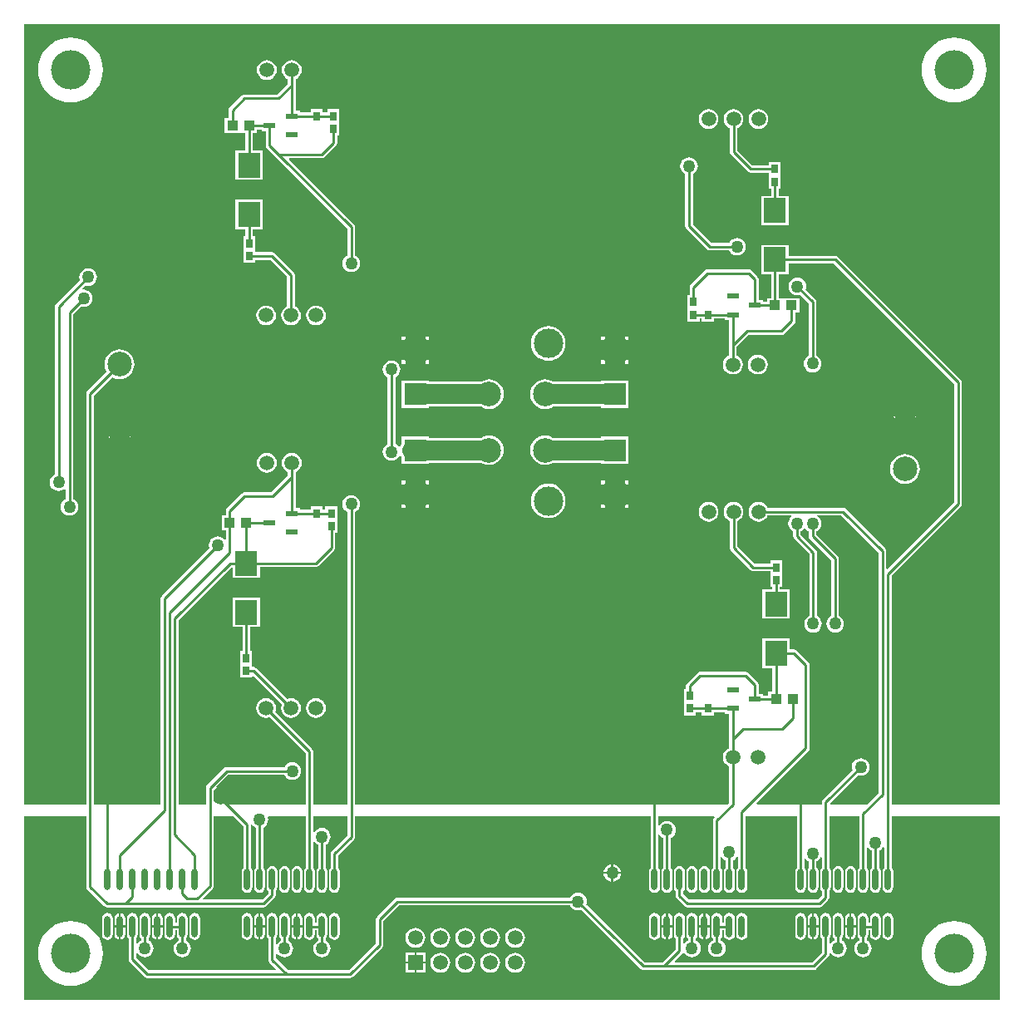
<source format=gbl>
%FSLAX24Y24*%
%MOIN*%
G70*
G01*
G75*
G04 Layer_Physical_Order=2*
G04 Layer_Color=16711680*
%ADD10R,0.0276X0.0354*%
%ADD11R,0.0906X0.0906*%
%ADD12R,0.0354X0.0276*%
%ADD13R,0.0394X0.0433*%
%ADD14R,0.0591X0.0236*%
%ADD15C,0.0787*%
%ADD16C,0.0100*%
%ADD17C,0.0984*%
%ADD18C,0.1575*%
%ADD19C,0.0591*%
%ADD20C,0.1181*%
%ADD21R,0.0591X0.0591*%
%ADD22C,0.0500*%
%ADD23R,0.0906X0.0906*%
%ADD24R,0.0433X0.0394*%
%ADD25R,0.0906X0.0984*%
%ADD26R,0.0453X0.0236*%
%ADD27O,0.0236X0.0866*%
G36*
X39250Y7953D02*
X34903D01*
Y17128D01*
X37667Y19892D01*
X37700Y19941D01*
X37712Y20000D01*
X37712Y20000D01*
X37712Y20000D01*
Y20000D01*
Y24882D01*
X37700Y24940D01*
X37667Y24990D01*
X32754Y29903D01*
X32704Y29937D01*
X32646Y29948D01*
X30772D01*
Y30387D01*
X29667D01*
Y29203D01*
X30067D01*
Y28256D01*
X29903D01*
Y28112D01*
X29740D01*
Y28177D01*
X29566D01*
Y29012D01*
X29555Y29070D01*
X29522Y29120D01*
X29281Y29360D01*
X29232Y29393D01*
X29173Y29405D01*
X27520D01*
X27461Y29393D01*
X27412Y29360D01*
X26846Y28795D01*
X26813Y28745D01*
X26801Y28687D01*
Y28374D01*
X26717D01*
Y27820D01*
Y27308D01*
X27192D01*
Y27432D01*
X27290D01*
Y27308D01*
Y27308D01*
X27765D01*
Y27308D01*
Y27432D01*
X28201D01*
Y27367D01*
X28375D01*
Y26362D01*
X28375Y26362D01*
X28375D01*
Y25955D01*
X28328Y25936D01*
X28246Y25872D01*
X28182Y25790D01*
X28142Y25694D01*
X28129Y25591D01*
X28142Y25487D01*
X28182Y25391D01*
X28246Y25309D01*
X28328Y25245D01*
X28424Y25205D01*
X28528Y25192D01*
X28631Y25205D01*
X28727Y25245D01*
X28809Y25309D01*
X28873Y25391D01*
X28913Y25487D01*
X28926Y25591D01*
X28913Y25694D01*
X28873Y25790D01*
X28809Y25872D01*
X28727Y25936D01*
X28681Y25955D01*
Y26299D01*
X29158Y26776D01*
X30472D01*
X30531Y26788D01*
X30581Y26821D01*
X30997Y27238D01*
X31030Y27287D01*
X31042Y27346D01*
X31042Y27346D01*
X31042Y27346D01*
Y27346D01*
Y27662D01*
X31206D01*
Y28256D01*
X30572D01*
D01*
D01*
X30572Y28256D01*
X30536D01*
Y28256D01*
X30373D01*
Y29203D01*
X30772D01*
Y29642D01*
X32582D01*
X37406Y24819D01*
Y20063D01*
X34727Y17384D01*
X34681Y17403D01*
Y18110D01*
X34669Y18169D01*
X34636Y18218D01*
X33061Y19793D01*
X33011Y19826D01*
X32953Y19838D01*
X29924D01*
X29904Y19884D01*
X29841Y19967D01*
X29758Y20030D01*
X29662Y20070D01*
X29559Y20084D01*
X29456Y20070D01*
X29360Y20030D01*
X29277Y19967D01*
X29214Y19884D01*
X29174Y19788D01*
X29160Y19685D01*
X29174Y19582D01*
X29214Y19486D01*
X29277Y19403D01*
X29360Y19340D01*
X29456Y19300D01*
X29559Y19286D01*
X29662Y19300D01*
X29758Y19340D01*
X29841Y19403D01*
X29904Y19486D01*
X29924Y19532D01*
X30866D01*
X30882Y19485D01*
X30853Y19462D01*
X30797Y19389D01*
X30761Y19304D01*
X30749Y19213D01*
X30761Y19121D01*
X30797Y19036D01*
X30853Y18963D01*
X30926Y18907D01*
X30949Y18897D01*
Y18701D01*
X30949Y18701D01*
X30949D01*
X30961Y18642D01*
X30994Y18593D01*
X31597Y17990D01*
Y15512D01*
X31573Y15503D01*
X31500Y15446D01*
X31444Y15373D01*
X31409Y15288D01*
X31397Y15197D01*
X31409Y15105D01*
X31444Y15020D01*
X31500Y14947D01*
X31573Y14891D01*
X31659Y14856D01*
X31750Y14844D01*
X31841Y14856D01*
X31927Y14891D01*
X32000Y14947D01*
X32056Y15020D01*
X32091Y15105D01*
X32103Y15197D01*
X32091Y15288D01*
X32056Y15373D01*
X32000Y15446D01*
X31927Y15503D01*
X31903Y15512D01*
Y18053D01*
X31893Y18102D01*
X31891Y18112D01*
X31858Y18161D01*
X31255Y18764D01*
Y18897D01*
X31279Y18907D01*
X31352Y18963D01*
X31392Y19016D01*
X31442D01*
X31483Y18963D01*
X31556Y18907D01*
X31579Y18897D01*
Y18701D01*
X31579Y18701D01*
X31579D01*
X31591Y18642D01*
X31624Y18593D01*
X32485Y17732D01*
Y15512D01*
X32461Y15503D01*
X32388Y15446D01*
X32332Y15373D01*
X32297Y15288D01*
X32285Y15197D01*
X32297Y15105D01*
X32332Y15020D01*
X32388Y14947D01*
X32461Y14891D01*
X32546Y14856D01*
X32638Y14844D01*
X32729Y14856D01*
X32814Y14891D01*
X32887Y14947D01*
X32944Y15020D01*
X32979Y15105D01*
X32991Y15197D01*
X32979Y15288D01*
X32944Y15373D01*
X32887Y15446D01*
X32814Y15503D01*
X32791Y15512D01*
Y17795D01*
X32781Y17844D01*
X32779Y17854D01*
X32746Y17903D01*
X31885Y18764D01*
Y18897D01*
X31909Y18907D01*
X31982Y18963D01*
X32038Y19036D01*
X32073Y19121D01*
X32085Y19213D01*
X32073Y19304D01*
X32038Y19389D01*
X31982Y19462D01*
X31909Y19518D01*
X31911Y19532D01*
X32889D01*
X34375Y18047D01*
Y8410D01*
X33918Y7953D01*
X32447D01*
X32428Y7999D01*
X33546Y9118D01*
X33570Y9108D01*
X33661Y9096D01*
X33753Y9108D01*
X33838Y9143D01*
X33911Y9199D01*
X33967Y9272D01*
X34002Y9357D01*
X34014Y9449D01*
X34002Y9540D01*
X33967Y9625D01*
X33911Y9698D01*
X33838Y9755D01*
X33753Y9790D01*
X33661Y9802D01*
X33570Y9790D01*
X33485Y9755D01*
X33412Y9698D01*
X33356Y9625D01*
X33320Y9540D01*
X33308Y9449D01*
X33320Y9357D01*
X33330Y9334D01*
X32142Y8146D01*
X32109Y8096D01*
X32097Y8037D01*
Y7953D01*
X29494D01*
X29475Y7999D01*
X31565Y10089D01*
X31598Y10138D01*
X31610Y10197D01*
X31610Y10197D01*
X31610Y10197D01*
Y10197D01*
Y13543D01*
X31600Y13592D01*
X31598Y13602D01*
X31565Y13651D01*
X31092Y14124D01*
X31043Y14157D01*
X30984Y14169D01*
X30818D01*
Y14608D01*
X29713D01*
Y13424D01*
X30112D01*
Y12467D01*
X29949D01*
Y12323D01*
X29740D01*
Y12388D01*
X29562D01*
Y12756D01*
X29551Y12814D01*
X29518Y12864D01*
X29163Y13218D01*
X29114Y13252D01*
X29055Y13263D01*
X27205D01*
X27146Y13252D01*
X27097Y13218D01*
X26692Y12814D01*
X26659Y12764D01*
X26647Y12706D01*
Y12585D01*
X26562D01*
Y12031D01*
Y11519D01*
X27038D01*
Y11643D01*
X27290D01*
Y11519D01*
Y11519D01*
X27765D01*
Y11519D01*
Y11643D01*
X28201D01*
Y11578D01*
X28375D01*
Y10575D01*
X28375Y10575D01*
X28375D01*
Y10207D01*
X28328Y10188D01*
X28246Y10124D01*
X28182Y10042D01*
X28142Y9946D01*
X28129Y9843D01*
X28142Y9739D01*
X28182Y9643D01*
X28246Y9561D01*
X28328Y9497D01*
X28375Y9478D01*
Y8000D01*
X28327Y7953D01*
X13381D01*
Y19685D01*
X13405Y19694D01*
X13478Y19750D01*
X13534Y19823D01*
X13569Y19909D01*
X13581Y20000D01*
X13569Y20091D01*
X13534Y20177D01*
X13478Y20250D01*
X13405Y20306D01*
X13320Y20341D01*
X13228Y20353D01*
X13137Y20341D01*
X13052Y20306D01*
X12979Y20250D01*
X12923Y20177D01*
X12887Y20091D01*
X12875Y20000D01*
X12887Y19909D01*
X12923Y19823D01*
X12979Y19750D01*
X13052Y19694D01*
X13075Y19685D01*
Y7953D01*
X11703D01*
Y10072D01*
X11691Y10131D01*
X11658Y10180D01*
X10177Y11661D01*
X10196Y11708D01*
X10210Y11811D01*
X10196Y11914D01*
X10156Y12010D01*
X10093Y12093D01*
X10010Y12156D01*
X9914Y12196D01*
X9811Y12210D01*
X9708Y12196D01*
X9612Y12156D01*
X9529Y12093D01*
X9466Y12010D01*
X9426Y11914D01*
X9412Y11811D01*
X9426Y11708D01*
X9466Y11612D01*
X9529Y11529D01*
X9612Y11466D01*
X9708Y11426D01*
X9811Y11412D01*
X9914Y11426D01*
X9961Y11445D01*
X11397Y10009D01*
Y7953D01*
X8189D01*
X8169Y8001D01*
X8083Y7966D01*
X7992Y7954D01*
X7992Y7954D01*
X7992Y7954D01*
X7901Y7966D01*
X7816Y8001D01*
X7742Y8057D01*
X7712Y8097D01*
Y8307D01*
Y8517D01*
X7742Y8557D01*
X7816Y8613D01*
X7849Y8627D01*
X7822Y8668D01*
X8292Y9138D01*
X10551D01*
X10560Y9115D01*
X10617Y9042D01*
X10690Y8986D01*
X10775Y8950D01*
X10866Y8938D01*
X10958Y8950D01*
X11043Y8986D01*
X11116Y9042D01*
X11172Y9115D01*
X11207Y9200D01*
X11219Y9291D01*
X11207Y9383D01*
X11172Y9468D01*
X11116Y9541D01*
X11043Y9597D01*
X10958Y9632D01*
X10866Y9644D01*
X10775Y9632D01*
X10690Y9597D01*
X10617Y9541D01*
X10560Y9468D01*
X10551Y9444D01*
X8228D01*
X8180Y9435D01*
X8170Y9433D01*
X8120Y9399D01*
X7451Y8730D01*
X7418Y8681D01*
X7406Y8622D01*
Y7953D01*
X6295D01*
Y15330D01*
X8419Y17455D01*
X8465Y17436D01*
Y17028D01*
X9571D01*
Y17468D01*
X11794D01*
X11852Y17479D01*
X11902Y17512D01*
X11902Y17512D01*
X11902Y17512D01*
X12536Y18146D01*
X12569Y18196D01*
X12580Y18254D01*
X12580Y18254D01*
X12580Y18254D01*
Y18254D01*
Y18831D01*
X12665D01*
Y19343D01*
Y19898D01*
X12190D01*
Y19773D01*
X12080D01*
Y19855D01*
Y19898D01*
X11605D01*
Y19855D01*
Y19773D01*
X11169D01*
Y19839D01*
X10995D01*
Y21289D01*
X11042Y21308D01*
X11124Y21372D01*
X11188Y21454D01*
X11228Y21550D01*
X11241Y21654D01*
X11228Y21757D01*
X11188Y21853D01*
X11124Y21935D01*
X11042Y21999D01*
X10946Y22039D01*
X10843Y22052D01*
X10739Y22039D01*
X10643Y21999D01*
X10561Y21935D01*
X10497Y21853D01*
X10457Y21757D01*
X10444Y21654D01*
X10457Y21550D01*
X10497Y21454D01*
X10561Y21372D01*
X10643Y21308D01*
X10690Y21289D01*
Y21142D01*
X10011Y20463D01*
X8937D01*
X8878Y20452D01*
X8829Y20418D01*
X8241Y19830D01*
X8208Y19781D01*
X8196Y19722D01*
Y19543D01*
X8032D01*
Y18950D01*
X8196D01*
Y18580D01*
X8149Y18564D01*
X8124Y18596D01*
X8051Y18652D01*
X7965Y18687D01*
X7874Y18699D01*
X7783Y18687D01*
X7698Y18652D01*
X7624Y18596D01*
X7568Y18523D01*
X7533Y18438D01*
X7521Y18346D01*
X7533Y18255D01*
X7543Y18232D01*
X5634Y16322D01*
X5600Y16273D01*
X5589Y16214D01*
Y7953D01*
X2909D01*
Y24356D01*
X3640Y25087D01*
X3709Y25050D01*
X3821Y25016D01*
X3937Y25005D01*
X4053Y25016D01*
X4165Y25050D01*
X4268Y25105D01*
X4358Y25179D01*
X4432Y25269D01*
X4487Y25372D01*
X4521Y25484D01*
X4532Y25600D01*
X4521Y25716D01*
X4487Y25828D01*
X4432Y25931D01*
X4358Y26021D01*
X4268Y26095D01*
X4165Y26150D01*
X4053Y26184D01*
X3937Y26195D01*
X3821Y26184D01*
X3709Y26150D01*
X3606Y26095D01*
X3516Y26021D01*
X3442Y25931D01*
X3387Y25828D01*
X3353Y25716D01*
X3342Y25600D01*
X3353Y25484D01*
X3387Y25372D01*
X3424Y25303D01*
X2648Y24527D01*
X2615Y24477D01*
X2603Y24419D01*
Y7953D01*
X120D01*
Y39250D01*
X39250D01*
Y7953D01*
D02*
G37*
G36*
Y120D02*
X120D01*
Y7480D01*
X2603D01*
Y4646D01*
X2603Y4646D01*
X2603D01*
X2615Y4587D01*
X2648Y4538D01*
X3317Y3868D01*
X3367Y3835D01*
X3376Y3833D01*
X3425Y3823D01*
X9724D01*
X9783Y3835D01*
X9833Y3868D01*
X9833Y3868D01*
X9833Y3868D01*
X10158Y4194D01*
X10191Y4243D01*
X10203Y4302D01*
X10203Y4302D01*
X10203Y4302D01*
Y4302D01*
Y4470D01*
X10207Y4473D01*
X10255Y4545D01*
X10272Y4630D01*
Y5260D01*
X10255Y5345D01*
X10207Y5417D01*
X10135Y5465D01*
X10050Y5482D01*
X9965Y5465D01*
X9893Y5417D01*
X9845Y5345D01*
X9828Y5260D01*
Y4630D01*
X9845Y4545D01*
X9893Y4473D01*
X9897Y4470D01*
Y4365D01*
X9661Y4129D01*
X7285D01*
X7266Y4176D01*
X7667Y4577D01*
X7700Y4627D01*
X7712Y4685D01*
X7712Y4685D01*
X7712Y4685D01*
Y4685D01*
Y7480D01*
X8485D01*
X8897Y7068D01*
Y5420D01*
X8893Y5417D01*
X8845Y5345D01*
X8828Y5260D01*
Y4630D01*
X8845Y4545D01*
X8893Y4473D01*
X8965Y4424D01*
X9050Y4408D01*
X9135Y4424D01*
X9207Y4473D01*
X9255Y4545D01*
X9272Y4630D01*
Y5260D01*
X9255Y5345D01*
X9207Y5417D01*
X9203Y5420D01*
Y7131D01*
X9255Y7142D01*
X9300Y7083D01*
X9373Y7027D01*
X9397Y7017D01*
Y5420D01*
X9393Y5417D01*
X9345Y5345D01*
X9328Y5260D01*
Y4630D01*
X9345Y4545D01*
X9393Y4473D01*
X9465Y4424D01*
X9550Y4408D01*
X9635Y4424D01*
X9707Y4473D01*
X9755Y4545D01*
X9772Y4630D01*
Y5260D01*
X9755Y5345D01*
X9707Y5417D01*
X9703Y5420D01*
Y7017D01*
X9727Y7027D01*
X9800Y7083D01*
X9856Y7156D01*
X9891Y7241D01*
X9903Y7333D01*
X9891Y7424D01*
X9885Y7439D01*
X9913Y7480D01*
X11397D01*
Y5420D01*
X11393Y5417D01*
X11345Y5345D01*
X11328Y5260D01*
Y4630D01*
X11345Y4545D01*
X11393Y4473D01*
X11465Y4424D01*
X11550Y4408D01*
X11635Y4424D01*
X11707Y4473D01*
X11755Y4545D01*
X11772Y4630D01*
Y5260D01*
X11755Y5345D01*
X11707Y5417D01*
X11703Y5420D01*
Y6450D01*
X11750Y6466D01*
X11800Y6401D01*
X11873Y6345D01*
X11897Y6335D01*
Y5420D01*
X11893Y5417D01*
X11845Y5345D01*
X11828Y5260D01*
Y4630D01*
X11845Y4545D01*
X11893Y4473D01*
X11965Y4424D01*
X12050Y4408D01*
X12135Y4424D01*
X12207Y4473D01*
X12255Y4545D01*
X12272Y4630D01*
Y5260D01*
X12255Y5345D01*
X12207Y5417D01*
X12203Y5420D01*
Y6335D01*
X12227Y6345D01*
X12300Y6401D01*
X12356Y6474D01*
X12391Y6559D01*
X12403Y6651D01*
X12391Y6742D01*
X12356Y6827D01*
X12300Y6900D01*
X12227Y6957D01*
X12141Y6992D01*
X12050Y7004D01*
X11959Y6992D01*
X11873Y6957D01*
X11800Y6900D01*
X11750Y6835D01*
X11703Y6851D01*
Y7480D01*
X13075D01*
Y6717D01*
X12442Y6083D01*
X12409Y6034D01*
X12397Y5975D01*
Y5420D01*
X12393Y5417D01*
X12345Y5345D01*
X12328Y5260D01*
Y4630D01*
X12345Y4545D01*
X12393Y4473D01*
X12465Y4424D01*
X12550Y4408D01*
X12635Y4424D01*
X12707Y4473D01*
X12755Y4545D01*
X12772Y4630D01*
Y5260D01*
X12755Y5345D01*
X12707Y5417D01*
X12703Y5420D01*
Y5912D01*
X13336Y6545D01*
X13370Y6595D01*
X13381Y6654D01*
X13381Y6654D01*
X13381Y6654D01*
Y6654D01*
Y7480D01*
X25236D01*
Y5420D01*
X25231Y5417D01*
X25183Y5345D01*
X25166Y5260D01*
Y4630D01*
X25183Y4545D01*
X25231Y4473D01*
X25303Y4424D01*
X25389Y4408D01*
X25474Y4424D01*
X25546Y4473D01*
X25594Y4545D01*
X25611Y4630D01*
Y5260D01*
X25594Y5345D01*
X25546Y5417D01*
X25542Y5420D01*
Y6729D01*
X25589Y6745D01*
X25639Y6680D01*
X25712Y6623D01*
X25736Y6614D01*
Y5420D01*
X25731Y5417D01*
X25683Y5345D01*
X25666Y5260D01*
Y4630D01*
X25683Y4545D01*
X25731Y4473D01*
X25803Y4424D01*
X25889Y4408D01*
X25974Y4424D01*
X26046Y4473D01*
X26094Y4545D01*
X26111Y4630D01*
Y5260D01*
X26094Y5345D01*
X26046Y5417D01*
X26042Y5420D01*
Y6614D01*
X26065Y6623D01*
X26138Y6680D01*
X26194Y6753D01*
X26230Y6838D01*
X26242Y6929D01*
X26230Y7020D01*
X26194Y7106D01*
X26138Y7179D01*
X26065Y7235D01*
X25980Y7270D01*
X25889Y7282D01*
X25797Y7270D01*
X25712Y7235D01*
X25639Y7179D01*
X25589Y7113D01*
X25542Y7130D01*
Y7480D01*
X27789D01*
X27808Y7434D01*
X27780Y7406D01*
X27747Y7357D01*
X27736Y7298D01*
Y5420D01*
X27731Y5417D01*
X27683Y5345D01*
X27666Y5260D01*
Y4630D01*
X27683Y4545D01*
X27731Y4473D01*
X27803Y4424D01*
X27889Y4408D01*
X27974Y4424D01*
X28046Y4473D01*
X28094Y4545D01*
X28111Y4630D01*
Y5260D01*
X28094Y5345D01*
X28046Y5417D01*
X28042Y5420D01*
Y5826D01*
X28089Y5842D01*
X28139Y5777D01*
X28212Y5721D01*
X28236Y5711D01*
Y5420D01*
X28231Y5417D01*
X28183Y5345D01*
X28166Y5260D01*
Y4630D01*
X28183Y4545D01*
X28231Y4473D01*
X28303Y4424D01*
X28389Y4408D01*
X28474Y4424D01*
X28546Y4473D01*
X28594Y4545D01*
X28611Y4630D01*
Y5260D01*
X28594Y5345D01*
X28546Y5417D01*
X28542Y5420D01*
Y5711D01*
X28565Y5721D01*
X28638Y5777D01*
X28688Y5842D01*
X28736Y5826D01*
Y5420D01*
X28731Y5417D01*
X28683Y5345D01*
X28666Y5260D01*
Y4630D01*
X28683Y4545D01*
X28731Y4473D01*
X28803Y4424D01*
X28889Y4408D01*
X28974Y4424D01*
X29046Y4473D01*
X29094Y4545D01*
X29111Y4630D01*
Y5260D01*
X29094Y5345D01*
X29046Y5417D01*
X29042Y5420D01*
Y7480D01*
X31097D01*
Y5420D01*
X31093Y5417D01*
X31045Y5345D01*
X31028Y5260D01*
Y4630D01*
X31045Y4545D01*
X31093Y4473D01*
X31165Y4424D01*
X31250Y4408D01*
X31335Y4424D01*
X31407Y4473D01*
X31455Y4545D01*
X31472Y4630D01*
Y5260D01*
X31455Y5345D01*
X31407Y5417D01*
X31403Y5420D01*
Y5761D01*
X31450Y5777D01*
X31483Y5735D01*
X31556Y5679D01*
X31579Y5669D01*
Y5397D01*
X31545Y5345D01*
X31528Y5260D01*
Y4630D01*
X31545Y4545D01*
X31593Y4473D01*
X31665Y4424D01*
X31750Y4408D01*
X31835Y4424D01*
X31907Y4473D01*
X31955Y4545D01*
X31972Y4630D01*
Y5260D01*
X31955Y5345D01*
X31907Y5417D01*
X31885Y5432D01*
Y5669D01*
X31909Y5679D01*
X31982Y5735D01*
X32038Y5808D01*
X32048Y5832D01*
X32097Y5822D01*
Y5420D01*
X32093Y5417D01*
X32045Y5345D01*
X32028Y5260D01*
Y4630D01*
X32045Y4545D01*
X32093Y4473D01*
X32097Y4470D01*
Y4282D01*
X31945Y4129D01*
X26767D01*
X26542Y4355D01*
Y4470D01*
X26546Y4473D01*
X26594Y4545D01*
X26611Y4630D01*
Y5260D01*
X26594Y5345D01*
X26546Y5417D01*
X26474Y5465D01*
X26389Y5482D01*
X26303Y5465D01*
X26231Y5417D01*
X26183Y5345D01*
X26166Y5260D01*
Y4630D01*
X26183Y4545D01*
X26231Y4473D01*
X26236Y4470D01*
Y4291D01*
X26247Y4233D01*
X26280Y4183D01*
X26595Y3868D01*
X26595D01*
X26595Y3868D01*
X26595Y3868D01*
Y3868D01*
X26645Y3835D01*
X26704Y3823D01*
X32008D01*
X32066Y3835D01*
X32116Y3868D01*
X32358Y4110D01*
X32391Y4160D01*
X32403Y4218D01*
Y4470D01*
X32407Y4473D01*
X32455Y4545D01*
X32472Y4630D01*
Y5260D01*
X32455Y5345D01*
X32407Y5417D01*
X32403Y5420D01*
Y7480D01*
X33597D01*
Y5420D01*
X33593Y5417D01*
X33545Y5345D01*
X33528Y5260D01*
Y4630D01*
X33545Y4545D01*
X33593Y4473D01*
X33665Y4424D01*
X33750Y4408D01*
X33835Y4424D01*
X33907Y4473D01*
X33955Y4545D01*
X33972Y4630D01*
Y5260D01*
X33955Y5345D01*
X33907Y5417D01*
X33903Y5420D01*
Y6217D01*
X33950Y6233D01*
X34000Y6168D01*
X34073Y6112D01*
X34097Y6102D01*
Y5420D01*
X34093Y5417D01*
X34045Y5345D01*
X34028Y5260D01*
Y4630D01*
X34045Y4545D01*
X34093Y4473D01*
X34165Y4424D01*
X34250Y4408D01*
X34335Y4424D01*
X34407Y4473D01*
X34455Y4545D01*
X34472Y4630D01*
Y5260D01*
X34455Y5345D01*
X34407Y5417D01*
X34403Y5420D01*
Y6102D01*
X34427Y6112D01*
X34500Y6168D01*
X34550Y6233D01*
X34597Y6217D01*
Y5420D01*
X34593Y5417D01*
X34545Y5345D01*
X34528Y5260D01*
Y4630D01*
X34545Y4545D01*
X34593Y4473D01*
X34665Y4424D01*
X34750Y4408D01*
X34835Y4424D01*
X34907Y4473D01*
X34955Y4545D01*
X34972Y4630D01*
Y5260D01*
X34955Y5345D01*
X34907Y5417D01*
X34903Y5420D01*
Y7480D01*
X39250D01*
Y120D01*
D02*
G37*
%LPC*%
G36*
X33472Y3016D02*
X33289D01*
Y2526D01*
X33335Y2535D01*
X33407Y2583D01*
X33455Y2655D01*
X33472Y2740D01*
Y3016D01*
D02*
G37*
G36*
X3911Y3585D02*
X3865Y3576D01*
X3793Y3527D01*
X3745Y3455D01*
X3728Y3370D01*
Y3094D01*
X3911D01*
Y3585D01*
D02*
G37*
G36*
X5489D02*
Y3094D01*
X5672D01*
Y3370D01*
X5655Y3455D01*
X5607Y3527D01*
X5535Y3576D01*
X5489Y3585D01*
D02*
G37*
G36*
X9511D02*
X9465Y3576D01*
X9393Y3527D01*
X9345Y3455D01*
X9328Y3370D01*
Y3094D01*
X9511D01*
Y3585D01*
D02*
G37*
G36*
X3989D02*
Y3094D01*
X4172D01*
Y3370D01*
X4155Y3455D01*
X4107Y3527D01*
X4035Y3576D01*
X3989Y3585D01*
D02*
G37*
G36*
X5411D02*
X5365Y3576D01*
X5293Y3527D01*
X5245Y3455D01*
X5228Y3370D01*
Y3094D01*
X5411D01*
Y3585D01*
D02*
G37*
G36*
X33211Y3016D02*
X33028D01*
Y2740D01*
X33045Y2655D01*
X33093Y2583D01*
X33165Y2535D01*
X33211Y2526D01*
Y3016D01*
D02*
G37*
G36*
X26111D02*
X25928D01*
Y2526D01*
X25974Y2535D01*
X26046Y2583D01*
X26094Y2655D01*
X26111Y2740D01*
Y3016D01*
D02*
G37*
G36*
X25849D02*
X25666D01*
Y2740D01*
X25683Y2655D01*
X25731Y2583D01*
X25803Y2535D01*
X25849Y2526D01*
Y3016D01*
D02*
G37*
G36*
X11272D02*
X11089D01*
Y2526D01*
X11135Y2535D01*
X11207Y2583D01*
X11255Y2655D01*
X11272Y2740D01*
Y3016D01*
D02*
G37*
G36*
X27349D02*
X27166D01*
Y2740D01*
X27183Y2655D01*
X27231Y2583D01*
X27303Y2535D01*
X27349Y2526D01*
Y3016D01*
D02*
G37*
G36*
X31972D02*
X31789D01*
Y2526D01*
X31835Y2535D01*
X31907Y2583D01*
X31955Y2655D01*
X31972Y2740D01*
Y3016D01*
D02*
G37*
G36*
X31711D02*
X31528D01*
Y2740D01*
X31545Y2655D01*
X31593Y2583D01*
X31665Y2535D01*
X31711Y2526D01*
Y3016D01*
D02*
G37*
G36*
X27611D02*
X27428D01*
Y2526D01*
X27474Y2535D01*
X27546Y2583D01*
X27594Y2655D01*
X27611Y2740D01*
Y3016D01*
D02*
G37*
G36*
X9589Y3585D02*
Y3094D01*
X9772D01*
Y3370D01*
X9755Y3455D01*
X9707Y3527D01*
X9635Y3576D01*
X9589Y3585D01*
D02*
G37*
G36*
X33289D02*
Y3094D01*
X33472D01*
Y3370D01*
X33455Y3455D01*
X33407Y3527D01*
X33335Y3576D01*
X33289Y3585D01*
D02*
G37*
G36*
X33211D02*
X33165Y3576D01*
X33093Y3527D01*
X33045Y3455D01*
X33028Y3370D01*
Y3094D01*
X33211D01*
Y3585D01*
D02*
G37*
G36*
X31789D02*
Y3094D01*
X31972D01*
Y3370D01*
X31955Y3455D01*
X31907Y3527D01*
X31835Y3576D01*
X31789Y3585D01*
D02*
G37*
G36*
X6450Y3592D02*
X6365Y3576D01*
X6293Y3527D01*
X6245Y3455D01*
X6228Y3370D01*
Y3208D01*
X6172D01*
Y3370D01*
X6155Y3455D01*
X6107Y3527D01*
X6035Y3576D01*
X5950Y3592D01*
X5865Y3576D01*
X5793Y3527D01*
X5745Y3455D01*
X5728Y3370D01*
Y2740D01*
X5745Y2655D01*
X5793Y2583D01*
X5865Y2535D01*
X5950Y2518D01*
X6035Y2535D01*
X6107Y2583D01*
X6155Y2655D01*
X6172Y2740D01*
Y2902D01*
X6228D01*
Y2740D01*
X6245Y2655D01*
X6293Y2583D01*
X6297Y2580D01*
Y2488D01*
X6273Y2478D01*
X6200Y2422D01*
X6144Y2349D01*
X6109Y2263D01*
X6097Y2172D01*
X6109Y2081D01*
X6144Y1996D01*
X6200Y1922D01*
X6273Y1866D01*
X6359Y1831D01*
X6450Y1819D01*
X6541Y1831D01*
X6627Y1866D01*
X6700Y1922D01*
X6756Y1996D01*
X6791Y2081D01*
X6803Y2172D01*
X6791Y2263D01*
X6756Y2349D01*
X6700Y2422D01*
X6627Y2478D01*
X6603Y2488D01*
Y2580D01*
X6607Y2583D01*
X6655Y2655D01*
X6672Y2740D01*
Y3370D01*
X6655Y3455D01*
X6607Y3527D01*
X6535Y3576D01*
X6450Y3592D01*
D02*
G37*
G36*
X34250D02*
X34165Y3576D01*
X34093Y3527D01*
X34045Y3455D01*
X34028Y3370D01*
Y3208D01*
X33972D01*
Y3370D01*
X33955Y3455D01*
X33907Y3527D01*
X33835Y3576D01*
X33750Y3592D01*
X33665Y3576D01*
X33593Y3527D01*
X33545Y3455D01*
X33528Y3370D01*
Y2740D01*
X33545Y2655D01*
X33593Y2583D01*
X33597Y2580D01*
Y2491D01*
X33573Y2481D01*
X33500Y2425D01*
X33444Y2352D01*
X33409Y2267D01*
X33397Y2175D01*
X33409Y2084D01*
X33444Y1999D01*
X33500Y1926D01*
X33573Y1869D01*
X33659Y1834D01*
X33750Y1822D01*
X33841Y1834D01*
X33927Y1869D01*
X34000Y1926D01*
X34056Y1999D01*
X34091Y2084D01*
X34103Y2175D01*
X34091Y2267D01*
X34056Y2352D01*
X34000Y2425D01*
X33927Y2481D01*
X33903Y2491D01*
Y2580D01*
X33907Y2583D01*
X33955Y2655D01*
X33972Y2740D01*
Y2902D01*
X34028D01*
Y2740D01*
X34045Y2655D01*
X34093Y2583D01*
X34165Y2535D01*
X34250Y2518D01*
X34335Y2535D01*
X34407Y2583D01*
X34455Y2655D01*
X34472Y2740D01*
Y3370D01*
X34455Y3455D01*
X34407Y3527D01*
X34335Y3576D01*
X34250Y3592D01*
D02*
G37*
G36*
X28389D02*
X28303Y3576D01*
X28231Y3527D01*
X28183Y3455D01*
X28166Y3370D01*
Y3208D01*
X28111D01*
Y3370D01*
X28094Y3455D01*
X28046Y3527D01*
X27974Y3576D01*
X27889Y3592D01*
X27803Y3576D01*
X27731Y3527D01*
X27683Y3455D01*
X27666Y3370D01*
Y2740D01*
X27683Y2655D01*
X27731Y2583D01*
X27736Y2580D01*
Y2495D01*
X27712Y2486D01*
X27639Y2430D01*
X27583Y2356D01*
X27548Y2271D01*
X27536Y2180D01*
X27548Y2089D01*
X27583Y2003D01*
X27639Y1930D01*
X27712Y1874D01*
X27797Y1839D01*
X27889Y1827D01*
X27980Y1839D01*
X28065Y1874D01*
X28138Y1930D01*
X28194Y2003D01*
X28230Y2089D01*
X28242Y2180D01*
X28230Y2271D01*
X28194Y2356D01*
X28138Y2430D01*
X28065Y2486D01*
X28042Y2495D01*
Y2580D01*
X28046Y2583D01*
X28094Y2655D01*
X28111Y2740D01*
Y2902D01*
X28166D01*
Y2740D01*
X28183Y2655D01*
X28231Y2583D01*
X28303Y2535D01*
X28389Y2518D01*
X28474Y2535D01*
X28546Y2583D01*
X28594Y2655D01*
X28611Y2740D01*
Y3370D01*
X28594Y3455D01*
X28546Y3527D01*
X28474Y3576D01*
X28389Y3592D01*
D02*
G37*
G36*
X12050D02*
X11965Y3576D01*
X11893Y3527D01*
X11845Y3455D01*
X11828Y3370D01*
Y3208D01*
X11772D01*
Y3370D01*
X11755Y3455D01*
X11707Y3527D01*
X11635Y3576D01*
X11550Y3592D01*
X11465Y3576D01*
X11393Y3527D01*
X11345Y3455D01*
X11328Y3370D01*
Y2740D01*
X11345Y2655D01*
X11393Y2583D01*
X11465Y2535D01*
X11550Y2518D01*
X11635Y2535D01*
X11707Y2583D01*
X11755Y2655D01*
X11772Y2740D01*
Y2902D01*
X11828D01*
Y2740D01*
X11845Y2655D01*
X11893Y2583D01*
X11897Y2580D01*
Y2484D01*
X11873Y2474D01*
X11800Y2418D01*
X11744Y2345D01*
X11709Y2259D01*
X11697Y2168D01*
X11709Y2077D01*
X11744Y1992D01*
X11800Y1918D01*
X11873Y1862D01*
X11959Y1827D01*
X12050Y1815D01*
X12141Y1827D01*
X12227Y1862D01*
X12300Y1918D01*
X12356Y1992D01*
X12391Y2077D01*
X12403Y2168D01*
X12391Y2259D01*
X12356Y2345D01*
X12300Y2418D01*
X12227Y2474D01*
X12203Y2484D01*
Y2580D01*
X12207Y2583D01*
X12255Y2655D01*
X12272Y2740D01*
Y3370D01*
X12255Y3455D01*
X12207Y3527D01*
X12135Y3576D01*
X12050Y3592D01*
D02*
G37*
G36*
X25849Y3585D02*
X25803Y3576D01*
X25731Y3527D01*
X25683Y3455D01*
X25666Y3370D01*
Y3094D01*
X25849D01*
Y3585D01*
D02*
G37*
G36*
X11089D02*
Y3094D01*
X11272D01*
Y3370D01*
X11255Y3455D01*
X11207Y3527D01*
X11135Y3576D01*
X11089Y3585D01*
D02*
G37*
G36*
X11011D02*
X10965Y3576D01*
X10893Y3527D01*
X10845Y3455D01*
X10828Y3370D01*
Y3094D01*
X11011D01*
Y3585D01*
D02*
G37*
G36*
X25928D02*
Y3094D01*
X26111D01*
Y3370D01*
X26094Y3455D01*
X26046Y3527D01*
X25974Y3576D01*
X25928Y3585D01*
D02*
G37*
G36*
X31711D02*
X31665Y3576D01*
X31593Y3527D01*
X31545Y3455D01*
X31528Y3370D01*
Y3094D01*
X31711D01*
Y3585D01*
D02*
G37*
G36*
X27428D02*
Y3094D01*
X27611D01*
Y3370D01*
X27594Y3455D01*
X27546Y3527D01*
X27474Y3576D01*
X27428Y3585D01*
D02*
G37*
G36*
X27349D02*
X27303Y3576D01*
X27231Y3527D01*
X27183Y3455D01*
X27166Y3370D01*
Y3094D01*
X27349D01*
Y3585D01*
D02*
G37*
G36*
X22320Y4411D02*
X22228Y4399D01*
X22143Y4364D01*
X22070Y4308D01*
X22014Y4235D01*
X22004Y4211D01*
X19290Y4209D01*
X19286Y4208D01*
X15079D01*
X15020Y4196D01*
X14971Y4163D01*
X14262Y3455D01*
X14229Y3405D01*
X14217Y3346D01*
Y2386D01*
X13128Y1297D01*
X10693D01*
X10203Y1787D01*
Y1966D01*
X10250Y1982D01*
X10300Y1917D01*
X10373Y1861D01*
X10459Y1826D01*
X10550Y1814D01*
X10641Y1826D01*
X10727Y1861D01*
X10800Y1917D01*
X10856Y1990D01*
X10891Y2075D01*
X10903Y2167D01*
X10891Y2258D01*
X10856Y2343D01*
X10800Y2416D01*
X10727Y2472D01*
X10703Y2482D01*
Y2580D01*
X10707Y2583D01*
X10755Y2655D01*
X10772Y2740D01*
Y3370D01*
X10755Y3455D01*
X10707Y3527D01*
X10635Y3576D01*
X10550Y3592D01*
X10465Y3576D01*
X10393Y3527D01*
X10345Y3455D01*
X10328Y3370D01*
Y2740D01*
X10345Y2655D01*
X10393Y2583D01*
X10397Y2580D01*
Y2482D01*
X10373Y2472D01*
X10300Y2416D01*
X10250Y2351D01*
X10203Y2367D01*
Y2580D01*
X10207Y2583D01*
X10255Y2655D01*
X10272Y2740D01*
Y3370D01*
X10255Y3455D01*
X10207Y3527D01*
X10135Y3576D01*
X10050Y3592D01*
X9965Y3576D01*
X9893Y3527D01*
X9845Y3455D01*
X9828Y3370D01*
Y2740D01*
X9845Y2655D01*
X9893Y2583D01*
X9897Y2580D01*
Y1724D01*
X9897Y1724D01*
X9897D01*
X9909Y1665D01*
X9942Y1616D01*
X10215Y1343D01*
X10195Y1297D01*
X5103D01*
X4603Y1797D01*
Y1976D01*
X4650Y1992D01*
X4700Y1926D01*
X4773Y1870D01*
X4859Y1835D01*
X4950Y1823D01*
X5041Y1835D01*
X5127Y1870D01*
X5200Y1926D01*
X5256Y1999D01*
X5291Y2085D01*
X5303Y2176D01*
X5291Y2267D01*
X5256Y2352D01*
X5200Y2426D01*
X5127Y2482D01*
X5103Y2491D01*
Y2580D01*
X5107Y2583D01*
X5155Y2655D01*
X5172Y2740D01*
Y3370D01*
X5155Y3455D01*
X5107Y3527D01*
X5035Y3576D01*
X4950Y3592D01*
X4865Y3576D01*
X4793Y3527D01*
X4745Y3455D01*
X4728Y3370D01*
Y2740D01*
X4745Y2655D01*
X4793Y2583D01*
X4797Y2580D01*
Y2491D01*
X4773Y2482D01*
X4700Y2426D01*
X4650Y2360D01*
X4603Y2376D01*
Y2580D01*
X4607Y2583D01*
X4655Y2655D01*
X4672Y2740D01*
Y3370D01*
X4655Y3455D01*
X4607Y3527D01*
X4535Y3576D01*
X4450Y3592D01*
X4365Y3576D01*
X4293Y3527D01*
X4245Y3455D01*
X4228Y3370D01*
Y2740D01*
X4245Y2655D01*
X4293Y2583D01*
X4297Y2580D01*
Y1733D01*
X4297Y1733D01*
X4297D01*
X4309Y1675D01*
X4342Y1625D01*
X4931Y1036D01*
X4931D01*
X4931Y1036D01*
X4931Y1036D01*
Y1036D01*
X4981Y1003D01*
X5039Y991D01*
X13191D01*
X13250Y1003D01*
X13299Y1036D01*
X13299Y1036D01*
X13299Y1036D01*
X14478Y2215D01*
X14511Y2264D01*
X14523Y2323D01*
X14523Y2323D01*
X14523Y2323D01*
Y2323D01*
Y3283D01*
X15142Y3902D01*
X19288D01*
X19292Y3903D01*
X22004Y3905D01*
X22014Y3882D01*
X22070Y3809D01*
X22143Y3753D01*
X22228Y3717D01*
X22320Y3705D01*
X22411Y3717D01*
X22437Y3728D01*
X24847Y1354D01*
X24872Y1338D01*
X24896Y1321D01*
X24897Y1321D01*
X24897Y1321D01*
X24926Y1315D01*
X24955Y1310D01*
X31778D01*
X31836Y1321D01*
X31886Y1354D01*
X31886Y1354D01*
X31886Y1354D01*
X32358Y1827D01*
X32391Y1877D01*
X32393Y1886D01*
X32403Y1935D01*
Y1976D01*
X32450Y1992D01*
X32500Y1926D01*
X32573Y1870D01*
X32659Y1835D01*
X32750Y1823D01*
X32841Y1835D01*
X32927Y1870D01*
X33000Y1926D01*
X33056Y1999D01*
X33091Y2085D01*
X33103Y2176D01*
X33091Y2267D01*
X33056Y2352D01*
X33000Y2426D01*
X32927Y2482D01*
X32903Y2491D01*
Y2580D01*
X32907Y2583D01*
X32955Y2655D01*
X32972Y2740D01*
Y3370D01*
X32955Y3455D01*
X32907Y3527D01*
X32835Y3576D01*
X32750Y3592D01*
X32665Y3576D01*
X32593Y3527D01*
X32545Y3455D01*
X32528Y3370D01*
Y2740D01*
X32545Y2655D01*
X32593Y2583D01*
X32597Y2580D01*
Y2491D01*
X32573Y2482D01*
X32500Y2426D01*
X32450Y2360D01*
X32403Y2376D01*
Y2580D01*
X32407Y2583D01*
X32455Y2655D01*
X32472Y2740D01*
Y3370D01*
X32455Y3455D01*
X32407Y3527D01*
X32335Y3576D01*
X32250Y3592D01*
X32165Y3576D01*
X32093Y3527D01*
X32045Y3455D01*
X32028Y3370D01*
Y2740D01*
X32045Y2655D01*
X32093Y2583D01*
X32097Y2580D01*
Y1998D01*
X31714Y1616D01*
X26222D01*
X26203Y1662D01*
X26497Y1956D01*
X26530Y2005D01*
Y2005D01*
X26556Y2064D01*
X26583Y1999D01*
X26639Y1926D01*
X26712Y1870D01*
X26797Y1835D01*
X26889Y1823D01*
X26980Y1835D01*
X27065Y1870D01*
X27138Y1926D01*
X27194Y1999D01*
X27230Y2085D01*
X27242Y2176D01*
X27230Y2267D01*
X27194Y2352D01*
X27138Y2426D01*
X27065Y2482D01*
X27042Y2491D01*
Y2580D01*
X27046Y2583D01*
X27094Y2655D01*
X27111Y2740D01*
Y3370D01*
X27094Y3455D01*
X27046Y3527D01*
X26974Y3576D01*
X26889Y3592D01*
X26803Y3576D01*
X26731Y3527D01*
X26683Y3455D01*
X26666Y3370D01*
Y2740D01*
X26683Y2655D01*
X26731Y2583D01*
X26736Y2580D01*
Y2491D01*
X26712Y2482D01*
X26639Y2426D01*
X26589Y2360D01*
X26542Y2376D01*
Y2580D01*
X26546Y2583D01*
X26594Y2655D01*
X26611Y2740D01*
Y3370D01*
X26594Y3455D01*
X26546Y3527D01*
X26474Y3576D01*
X26389Y3592D01*
X26303Y3576D01*
X26231Y3527D01*
X26183Y3455D01*
X26166Y3370D01*
Y2740D01*
X26183Y2655D01*
X26231Y2583D01*
X26236Y2580D01*
Y2127D01*
X25724Y1616D01*
X25017D01*
X22652Y3946D01*
X22661Y3967D01*
X22673Y4058D01*
X22661Y4150D01*
X22625Y4235D01*
X22569Y4308D01*
X22496Y4364D01*
X22411Y4399D01*
X22320Y4411D01*
D02*
G37*
G36*
X16195Y1995D02*
X15839D01*
Y1639D01*
X16195D01*
Y1995D01*
D02*
G37*
G36*
X15761D02*
X15405D01*
Y1639D01*
X15761D01*
Y1995D01*
D02*
G37*
G36*
X15800Y2999D02*
X15697Y2985D01*
X15601Y2945D01*
X15518Y2882D01*
X15455Y2799D01*
X15415Y2703D01*
X15401Y2600D01*
X15415Y2497D01*
X15455Y2401D01*
X15518Y2318D01*
X15601Y2255D01*
X15697Y2215D01*
X15800Y2201D01*
X15903Y2215D01*
X15999Y2255D01*
X16082Y2318D01*
X16145Y2401D01*
X16185Y2497D01*
X16199Y2600D01*
X16185Y2703D01*
X16145Y2799D01*
X16082Y2882D01*
X15999Y2945D01*
X15903Y2985D01*
X15800Y2999D01*
D02*
G37*
G36*
X18800D02*
X18697Y2985D01*
X18601Y2945D01*
X18518Y2882D01*
X18455Y2799D01*
X18415Y2703D01*
X18401Y2600D01*
X18415Y2497D01*
X18455Y2401D01*
X18518Y2318D01*
X18601Y2255D01*
X18697Y2215D01*
X18800Y2201D01*
X18903Y2215D01*
X18999Y2255D01*
X19082Y2318D01*
X19145Y2401D01*
X19185Y2497D01*
X19199Y2600D01*
X19185Y2703D01*
X19145Y2799D01*
X19082Y2882D01*
X18999Y2945D01*
X18903Y2985D01*
X18800Y2999D01*
D02*
G37*
G36*
X17800D02*
X17697Y2985D01*
X17601Y2945D01*
X17518Y2882D01*
X17455Y2799D01*
X17415Y2703D01*
X17401Y2600D01*
X17415Y2497D01*
X17455Y2401D01*
X17518Y2318D01*
X17601Y2255D01*
X17697Y2215D01*
X17800Y2201D01*
X17903Y2215D01*
X17999Y2255D01*
X18082Y2318D01*
X18145Y2401D01*
X18185Y2497D01*
X18199Y2600D01*
X18185Y2703D01*
X18145Y2799D01*
X18082Y2882D01*
X17999Y2945D01*
X17903Y2985D01*
X17800Y2999D01*
D02*
G37*
G36*
X16800D02*
X16697Y2985D01*
X16601Y2945D01*
X16518Y2882D01*
X16455Y2799D01*
X16415Y2703D01*
X16401Y2600D01*
X16415Y2497D01*
X16455Y2401D01*
X16518Y2318D01*
X16601Y2255D01*
X16697Y2215D01*
X16800Y2201D01*
X16903Y2215D01*
X16999Y2255D01*
X17082Y2318D01*
X17145Y2401D01*
X17185Y2497D01*
X17199Y2600D01*
X17185Y2703D01*
X17145Y2799D01*
X17082Y2882D01*
X16999Y2945D01*
X16903Y2985D01*
X16800Y2999D01*
D02*
G37*
G36*
X16195Y1561D02*
X15839D01*
Y1205D01*
X16195D01*
Y1561D01*
D02*
G37*
G36*
X16800Y1999D02*
X16697Y1985D01*
X16601Y1945D01*
X16518Y1882D01*
X16455Y1799D01*
X16415Y1703D01*
X16401Y1600D01*
X16415Y1497D01*
X16455Y1401D01*
X16518Y1318D01*
X16601Y1255D01*
X16697Y1215D01*
X16800Y1201D01*
X16903Y1215D01*
X16999Y1255D01*
X17082Y1318D01*
X17145Y1401D01*
X17185Y1497D01*
X17199Y1600D01*
X17185Y1703D01*
X17145Y1799D01*
X17082Y1882D01*
X16999Y1945D01*
X16903Y1985D01*
X16800Y1999D01*
D02*
G37*
G36*
X37402Y3272D02*
X37198Y3256D01*
X36999Y3208D01*
X36810Y3130D01*
X36636Y3023D01*
X36480Y2890D01*
X36347Y2735D01*
X36240Y2560D01*
X36162Y2371D01*
X36114Y2172D01*
X36098Y1969D01*
X36114Y1765D01*
X36162Y1566D01*
X36240Y1377D01*
X36347Y1202D01*
X36480Y1047D01*
X36636Y914D01*
X36810Y807D01*
X36999Y729D01*
X37198Y681D01*
X37402Y665D01*
X37605Y681D01*
X37804Y729D01*
X37993Y807D01*
X38168Y914D01*
X38323Y1047D01*
X38456Y1202D01*
X38563Y1377D01*
X38641Y1566D01*
X38689Y1765D01*
X38705Y1969D01*
X38689Y2172D01*
X38641Y2371D01*
X38563Y2560D01*
X38456Y2735D01*
X38323Y2890D01*
X38168Y3023D01*
X37993Y3130D01*
X37804Y3208D01*
X37605Y3256D01*
X37402Y3272D01*
D02*
G37*
G36*
X1969D02*
X1765Y3256D01*
X1566Y3208D01*
X1377Y3130D01*
X1202Y3023D01*
X1047Y2890D01*
X914Y2735D01*
X807Y2560D01*
X729Y2371D01*
X681Y2172D01*
X665Y1969D01*
X681Y1765D01*
X729Y1566D01*
X807Y1377D01*
X914Y1202D01*
X1047Y1047D01*
X1202Y914D01*
X1377Y807D01*
X1566Y729D01*
X1765Y681D01*
X1969Y665D01*
X2172Y681D01*
X2371Y729D01*
X2560Y807D01*
X2735Y914D01*
X2890Y1047D01*
X3023Y1202D01*
X3130Y1377D01*
X3208Y1566D01*
X3256Y1765D01*
X3272Y1969D01*
X3256Y2172D01*
X3208Y2371D01*
X3130Y2560D01*
X3023Y2735D01*
X2890Y2890D01*
X2735Y3023D01*
X2560Y3130D01*
X2371Y3208D01*
X2172Y3256D01*
X1969Y3272D01*
D02*
G37*
G36*
X17800Y1999D02*
X17697Y1985D01*
X17601Y1945D01*
X17518Y1882D01*
X17455Y1799D01*
X17415Y1703D01*
X17401Y1600D01*
X17415Y1497D01*
X17455Y1401D01*
X17518Y1318D01*
X17601Y1255D01*
X17697Y1215D01*
X17800Y1201D01*
X17903Y1215D01*
X17999Y1255D01*
X18082Y1318D01*
X18145Y1401D01*
X18185Y1497D01*
X18199Y1600D01*
X18185Y1703D01*
X18145Y1799D01*
X18082Y1882D01*
X17999Y1945D01*
X17903Y1985D01*
X17800Y1999D01*
D02*
G37*
G36*
X15761Y1561D02*
X15405D01*
Y1205D01*
X15761D01*
Y1561D01*
D02*
G37*
G36*
X19800Y1999D02*
X19697Y1985D01*
X19601Y1945D01*
X19518Y1882D01*
X19455Y1799D01*
X19415Y1703D01*
X19401Y1600D01*
X19415Y1497D01*
X19455Y1401D01*
X19518Y1318D01*
X19601Y1255D01*
X19697Y1215D01*
X19800Y1201D01*
X19903Y1215D01*
X19999Y1255D01*
X20082Y1318D01*
X20145Y1401D01*
X20185Y1497D01*
X20199Y1600D01*
X20185Y1703D01*
X20145Y1799D01*
X20082Y1882D01*
X19999Y1945D01*
X19903Y1985D01*
X19800Y1999D01*
D02*
G37*
G36*
X18800D02*
X18697Y1985D01*
X18601Y1945D01*
X18518Y1882D01*
X18455Y1799D01*
X18415Y1703D01*
X18401Y1600D01*
X18415Y1497D01*
X18455Y1401D01*
X18518Y1318D01*
X18601Y1255D01*
X18697Y1215D01*
X18800Y1201D01*
X18903Y1215D01*
X18999Y1255D01*
X19082Y1318D01*
X19145Y1401D01*
X19185Y1497D01*
X19199Y1600D01*
X19185Y1703D01*
X19145Y1799D01*
X19082Y1882D01*
X18999Y1945D01*
X18903Y1985D01*
X18800Y1999D01*
D02*
G37*
G36*
X19800Y2999D02*
X19697Y2985D01*
X19601Y2945D01*
X19518Y2882D01*
X19455Y2799D01*
X19415Y2703D01*
X19401Y2600D01*
X19415Y2497D01*
X19455Y2401D01*
X19518Y2318D01*
X19601Y2255D01*
X19697Y2215D01*
X19800Y2201D01*
X19903Y2215D01*
X19999Y2255D01*
X20082Y2318D01*
X20145Y2401D01*
X20185Y2497D01*
X20199Y2600D01*
X20185Y2703D01*
X20145Y2799D01*
X20082Y2882D01*
X19999Y2945D01*
X19903Y2985D01*
X19800Y2999D01*
D02*
G37*
G36*
X5411Y3016D02*
X5228D01*
Y2740D01*
X5245Y2655D01*
X5293Y2583D01*
X5365Y2535D01*
X5411Y2526D01*
Y3016D01*
D02*
G37*
G36*
X4172D02*
X3989D01*
Y2526D01*
X4035Y2535D01*
X4107Y2583D01*
X4155Y2655D01*
X4172Y2740D01*
Y3016D01*
D02*
G37*
G36*
X3911D02*
X3728D01*
Y2740D01*
X3745Y2655D01*
X3793Y2583D01*
X3865Y2535D01*
X3911Y2526D01*
Y3016D01*
D02*
G37*
G36*
X5672D02*
X5489D01*
Y2526D01*
X5535Y2535D01*
X5607Y2583D01*
X5655Y2655D01*
X5672Y2740D01*
Y3016D01*
D02*
G37*
G36*
X11011D02*
X10828D01*
Y2740D01*
X10845Y2655D01*
X10893Y2583D01*
X10965Y2535D01*
X11011Y2526D01*
Y3016D01*
D02*
G37*
G36*
X9772D02*
X9589D01*
Y2526D01*
X9635Y2535D01*
X9707Y2583D01*
X9755Y2655D01*
X9772Y2740D01*
Y3016D01*
D02*
G37*
G36*
X9511D02*
X9328D01*
Y2740D01*
X9345Y2655D01*
X9393Y2583D01*
X9465Y2535D01*
X9511Y2526D01*
Y3016D01*
D02*
G37*
G36*
X34750Y3592D02*
X34665Y3576D01*
X34593Y3527D01*
X34545Y3455D01*
X34528Y3370D01*
Y2740D01*
X34545Y2655D01*
X34593Y2583D01*
X34665Y2535D01*
X34750Y2518D01*
X34835Y2535D01*
X34907Y2583D01*
X34955Y2655D01*
X34972Y2740D01*
Y3370D01*
X34955Y3455D01*
X34907Y3527D01*
X34835Y3576D01*
X34750Y3592D01*
D02*
G37*
G36*
X9050D02*
X8965Y3576D01*
X8893Y3527D01*
X8845Y3455D01*
X8828Y3370D01*
Y2740D01*
X8845Y2655D01*
X8893Y2583D01*
X8965Y2535D01*
X9050Y2518D01*
X9135Y2535D01*
X9207Y2583D01*
X9255Y2655D01*
X9272Y2740D01*
Y3370D01*
X9255Y3455D01*
X9207Y3527D01*
X9135Y3576D01*
X9050Y3592D01*
D02*
G37*
G36*
X6950D02*
X6865Y3576D01*
X6793Y3527D01*
X6745Y3455D01*
X6728Y3370D01*
Y2740D01*
X6745Y2655D01*
X6793Y2583D01*
X6865Y2535D01*
X6950Y2518D01*
X7035Y2535D01*
X7107Y2583D01*
X7155Y2655D01*
X7172Y2740D01*
Y3370D01*
X7155Y3455D01*
X7107Y3527D01*
X7035Y3576D01*
X6950Y3592D01*
D02*
G37*
G36*
X3450D02*
X3365Y3576D01*
X3293Y3527D01*
X3245Y3455D01*
X3228Y3370D01*
Y2740D01*
X3245Y2655D01*
X3293Y2583D01*
X3365Y2535D01*
X3450Y2518D01*
X3535Y2535D01*
X3607Y2583D01*
X3655Y2655D01*
X3672Y2740D01*
Y3370D01*
X3655Y3455D01*
X3607Y3527D01*
X3535Y3576D01*
X3450Y3592D01*
D02*
G37*
G36*
X12550D02*
X12465Y3576D01*
X12393Y3527D01*
X12345Y3455D01*
X12328Y3370D01*
Y2740D01*
X12345Y2655D01*
X12393Y2583D01*
X12465Y2535D01*
X12550Y2518D01*
X12635Y2535D01*
X12707Y2583D01*
X12755Y2655D01*
X12772Y2740D01*
Y3370D01*
X12755Y3455D01*
X12707Y3527D01*
X12635Y3576D01*
X12550Y3592D01*
D02*
G37*
G36*
X31250D02*
X31165Y3576D01*
X31093Y3527D01*
X31045Y3455D01*
X31028Y3370D01*
Y2740D01*
X31045Y2655D01*
X31093Y2583D01*
X31165Y2535D01*
X31250Y2518D01*
X31335Y2535D01*
X31407Y2583D01*
X31455Y2655D01*
X31472Y2740D01*
Y3370D01*
X31455Y3455D01*
X31407Y3527D01*
X31335Y3576D01*
X31250Y3592D01*
D02*
G37*
G36*
X28889D02*
X28803Y3576D01*
X28731Y3527D01*
X28683Y3455D01*
X28666Y3370D01*
Y2740D01*
X28683Y2655D01*
X28731Y2583D01*
X28803Y2535D01*
X28889Y2518D01*
X28974Y2535D01*
X29046Y2583D01*
X29094Y2655D01*
X29111Y2740D01*
Y3370D01*
X29094Y3455D01*
X29046Y3527D01*
X28974Y3576D01*
X28889Y3592D01*
D02*
G37*
G36*
X25389D02*
X25303Y3576D01*
X25231Y3527D01*
X25183Y3455D01*
X25166Y3370D01*
Y2740D01*
X25183Y2655D01*
X25231Y2583D01*
X25303Y2535D01*
X25389Y2518D01*
X25474Y2535D01*
X25546Y2583D01*
X25594Y2655D01*
X25611Y2740D01*
Y3370D01*
X25594Y3455D01*
X25546Y3527D01*
X25474Y3576D01*
X25389Y3592D01*
D02*
G37*
G36*
X16353Y25778D02*
X16194D01*
Y25619D01*
X16353D01*
Y25778D01*
D02*
G37*
G36*
X15406D02*
X15247D01*
Y25619D01*
X15406D01*
Y25778D01*
D02*
G37*
G36*
X31123Y29073D02*
X31031Y29061D01*
X30946Y29026D01*
X30873Y28970D01*
X30817Y28896D01*
X30782Y28811D01*
X30770Y28720D01*
X30782Y28629D01*
X30817Y28543D01*
X30873Y28470D01*
X30946Y28414D01*
X31031Y28379D01*
X31123Y28367D01*
X31214Y28379D01*
X31238Y28389D01*
X31579Y28047D01*
Y25945D01*
X31556Y25936D01*
X31483Y25880D01*
X31427Y25806D01*
X31391Y25721D01*
X31379Y25630D01*
X31391Y25539D01*
X31427Y25453D01*
X31483Y25380D01*
X31556Y25324D01*
X31641Y25289D01*
X31732Y25277D01*
X31824Y25289D01*
X31909Y25324D01*
X31982Y25380D01*
X32038Y25453D01*
X32073Y25539D01*
X32085Y25630D01*
X32073Y25721D01*
X32038Y25806D01*
X31982Y25880D01*
X31909Y25936D01*
X31885Y25945D01*
Y28110D01*
X31874Y28169D01*
X31840Y28218D01*
X31454Y28605D01*
X31464Y28629D01*
X31476Y28720D01*
X31464Y28811D01*
X31428Y28896D01*
X31372Y28970D01*
X31299Y29026D01*
X31214Y29061D01*
X31123Y29073D01*
D02*
G37*
G36*
X23406Y25778D02*
X23247D01*
Y25619D01*
X23406D01*
Y25778D01*
D02*
G37*
G36*
X15406Y26724D02*
X15247D01*
Y26565D01*
X15406D01*
Y26724D01*
D02*
G37*
G36*
X21130Y27129D02*
X20995Y27116D01*
X20864Y27077D01*
X20744Y27012D01*
X20639Y26926D01*
X20553Y26821D01*
X20489Y26701D01*
X20449Y26571D01*
X20436Y26435D01*
X20449Y26300D01*
X20489Y26170D01*
X20553Y26050D01*
X20639Y25945D01*
X20744Y25858D01*
X20864Y25794D01*
X20995Y25755D01*
X21130Y25742D01*
X21265Y25755D01*
X21395Y25794D01*
X21515Y25858D01*
X21621Y25945D01*
X21707Y26050D01*
X21771Y26170D01*
X21810Y26300D01*
X21824Y26435D01*
X21810Y26571D01*
X21771Y26701D01*
X21707Y26821D01*
X21621Y26926D01*
X21515Y27012D01*
X21395Y27077D01*
X21265Y27116D01*
X21130Y27129D01*
D02*
G37*
G36*
X24353Y25778D02*
X24194D01*
Y25619D01*
X24353D01*
Y25778D01*
D02*
G37*
G36*
X29528Y25989D02*
X29424Y25976D01*
X29328Y25936D01*
X29246Y25872D01*
X29182Y25790D01*
X29142Y25694D01*
X29129Y25591D01*
X29142Y25487D01*
X29182Y25391D01*
X29246Y25309D01*
X29328Y25245D01*
X29424Y25205D01*
X29528Y25192D01*
X29631Y25205D01*
X29727Y25245D01*
X29809Y25309D01*
X29873Y25391D01*
X29913Y25487D01*
X29926Y25591D01*
X29913Y25694D01*
X29873Y25790D01*
X29809Y25872D01*
X29727Y25936D01*
X29631Y25976D01*
X29528Y25989D01*
D02*
G37*
G36*
X4331Y23543D02*
Y23494D01*
X4380D01*
X4358Y23521D01*
X4331Y23543D01*
D02*
G37*
G36*
X3543D02*
X3516Y23521D01*
X3494Y23494D01*
X3543D01*
Y23543D01*
D02*
G37*
G36*
X35876Y23506D02*
X35827D01*
Y23457D01*
X35854Y23479D01*
X35876Y23506D01*
D02*
G37*
G36*
X21000Y24995D02*
X20884Y24984D01*
X20772Y24950D01*
X20669Y24895D01*
X20579Y24821D01*
X20505Y24731D01*
X20450Y24628D01*
X20416Y24516D01*
X20405Y24400D01*
X20416Y24284D01*
X20450Y24172D01*
X20505Y24069D01*
X20579Y23979D01*
X20669Y23905D01*
X20772Y23850D01*
X20884Y23816D01*
X21000Y23805D01*
X21116Y23816D01*
X21228Y23850D01*
X21324Y23902D01*
X23247D01*
Y23847D01*
X24353D01*
Y24953D01*
X23247D01*
Y24898D01*
X21324D01*
X21228Y24950D01*
X21116Y24984D01*
X21000Y24995D01*
D02*
G37*
G36*
X18756D02*
X18640Y24984D01*
X18528Y24950D01*
X18431Y24898D01*
X16353D01*
Y24953D01*
X15247D01*
Y23847D01*
X16353D01*
Y23902D01*
X18431D01*
X18528Y23850D01*
X18640Y23816D01*
X18756Y23805D01*
X18872Y23816D01*
X18984Y23850D01*
X19086Y23905D01*
X19177Y23979D01*
X19251Y24069D01*
X19306Y24172D01*
X19339Y24284D01*
X19351Y24400D01*
X19339Y24516D01*
X19306Y24628D01*
X19251Y24731D01*
X19177Y24821D01*
X19086Y24895D01*
X18984Y24950D01*
X18872Y24984D01*
X18756Y24995D01*
D02*
G37*
G36*
X35827Y24343D02*
Y24294D01*
X35876D01*
X35854Y24321D01*
X35827Y24343D01*
D02*
G37*
G36*
X35039D02*
X35012Y24321D01*
X34990Y24294D01*
X35039D01*
Y24343D01*
D02*
G37*
G36*
X27559Y35832D02*
X27456Y35818D01*
X27360Y35778D01*
X27277Y35715D01*
X27214Y35632D01*
X27174Y35536D01*
X27160Y35433D01*
X27174Y35330D01*
X27214Y35234D01*
X27277Y35151D01*
X27360Y35088D01*
X27456Y35048D01*
X27559Y35034D01*
X27662Y35048D01*
X27758Y35088D01*
X27841Y35151D01*
X27904Y35234D01*
X27944Y35330D01*
X27958Y35433D01*
X27944Y35536D01*
X27904Y35632D01*
X27841Y35715D01*
X27758Y35778D01*
X27662Y35818D01*
X27559Y35832D01*
D02*
G37*
G36*
X28559D02*
X28456Y35818D01*
X28360Y35778D01*
X28277Y35715D01*
X28214Y35632D01*
X28174Y35536D01*
X28160Y35433D01*
X28174Y35330D01*
X28214Y35234D01*
X28277Y35151D01*
X28360Y35088D01*
X28406Y35069D01*
Y34118D01*
X28406Y34118D01*
X28406D01*
X28418Y34060D01*
X28451Y34010D01*
X29134Y33327D01*
X29134D01*
X29134Y33327D01*
X29134Y33327D01*
Y33327D01*
X29183Y33294D01*
X29242Y33282D01*
X29982D01*
Y33158D01*
Y32646D01*
X30067D01*
Y32356D01*
X29667D01*
Y31172D01*
X30772D01*
Y32356D01*
X30373D01*
Y32646D01*
X30457D01*
Y33158D01*
Y33713D01*
X29982D01*
Y33588D01*
X29305D01*
X28712Y34181D01*
Y35069D01*
X28758Y35088D01*
X28841Y35151D01*
X28904Y35234D01*
X28944Y35330D01*
X28958Y35433D01*
X28944Y35536D01*
X28904Y35632D01*
X28841Y35715D01*
X28758Y35778D01*
X28662Y35818D01*
X28559Y35832D01*
D02*
G37*
G36*
X26772Y33896D02*
X26680Y33884D01*
X26595Y33849D01*
X26522Y33793D01*
X26466Y33720D01*
X26431Y33635D01*
X26419Y33543D01*
X26431Y33452D01*
X26466Y33367D01*
X26522Y33294D01*
X26595Y33238D01*
X26619Y33228D01*
Y31142D01*
X26619Y31142D01*
X26619D01*
X26630Y31083D01*
X26664Y31034D01*
X27490Y30207D01*
X27490Y30207D01*
X27490D01*
X27490Y30207D01*
X27490D01*
X27490Y30207D01*
Y30207D01*
Y30207D01*
D01*
D01*
X27490D01*
Y30207D01*
X27540Y30174D01*
X27598Y30162D01*
X28385D01*
X28395Y30138D01*
X28451Y30065D01*
X28524Y30009D01*
X28609Y29974D01*
X28701Y29962D01*
X28792Y29974D01*
X28877Y30009D01*
X28950Y30065D01*
X29007Y30138D01*
X29042Y30224D01*
X29054Y30315D01*
X29042Y30406D01*
X29007Y30491D01*
X28950Y30565D01*
X28877Y30621D01*
X28792Y30656D01*
X28701Y30668D01*
X28609Y30656D01*
X28524Y30621D01*
X28451Y30565D01*
X28395Y30491D01*
X28385Y30468D01*
X27662D01*
X26925Y31205D01*
Y33228D01*
X26948Y33238D01*
X27021Y33294D01*
X27077Y33367D01*
X27113Y33452D01*
X27125Y33543D01*
X27113Y33635D01*
X27077Y33720D01*
X27021Y33793D01*
X26948Y33849D01*
X26863Y33884D01*
X26772Y33896D01*
D02*
G37*
G36*
X29559Y35832D02*
X29456Y35818D01*
X29360Y35778D01*
X29277Y35715D01*
X29214Y35632D01*
X29174Y35536D01*
X29160Y35433D01*
X29174Y35330D01*
X29214Y35234D01*
X29277Y35151D01*
X29360Y35088D01*
X29456Y35048D01*
X29559Y35034D01*
X29662Y35048D01*
X29758Y35088D01*
X29841Y35151D01*
X29904Y35234D01*
X29944Y35330D01*
X29958Y35433D01*
X29944Y35536D01*
X29904Y35632D01*
X29841Y35715D01*
X29758Y35778D01*
X29662Y35818D01*
X29559Y35832D01*
D02*
G37*
G36*
X9843Y37800D02*
X9739Y37787D01*
X9643Y37747D01*
X9561Y37683D01*
X9497Y37601D01*
X9457Y37505D01*
X9444Y37402D01*
X9457Y37298D01*
X9497Y37202D01*
X9561Y37120D01*
X9643Y37056D01*
X9739Y37016D01*
X9843Y37003D01*
X9946Y37016D01*
X10042Y37056D01*
X10124Y37120D01*
X10188Y37202D01*
X10228Y37298D01*
X10241Y37402D01*
X10228Y37505D01*
X10188Y37601D01*
X10124Y37683D01*
X10042Y37747D01*
X9946Y37787D01*
X9843Y37800D01*
D02*
G37*
G36*
X37402Y38705D02*
X37198Y38689D01*
X36999Y38641D01*
X36810Y38563D01*
X36636Y38456D01*
X36480Y38323D01*
X36347Y38168D01*
X36240Y37993D01*
X36162Y37804D01*
X36114Y37605D01*
X36098Y37402D01*
X36114Y37198D01*
X36162Y36999D01*
X36240Y36810D01*
X36347Y36636D01*
X36480Y36480D01*
X36636Y36347D01*
X36810Y36240D01*
X36999Y36162D01*
X37198Y36114D01*
X37402Y36098D01*
X37605Y36114D01*
X37804Y36162D01*
X37993Y36240D01*
X38168Y36347D01*
X38323Y36480D01*
X38456Y36636D01*
X38563Y36810D01*
X38641Y36999D01*
X38689Y37198D01*
X38705Y37402D01*
X38689Y37605D01*
X38641Y37804D01*
X38563Y37993D01*
X38456Y38168D01*
X38323Y38323D01*
X38168Y38456D01*
X37993Y38563D01*
X37804Y38641D01*
X37605Y38689D01*
X37402Y38705D01*
D02*
G37*
G36*
X1969D02*
X1765Y38689D01*
X1566Y38641D01*
X1377Y38563D01*
X1202Y38456D01*
X1047Y38323D01*
X914Y38168D01*
X807Y37993D01*
X729Y37804D01*
X681Y37605D01*
X665Y37402D01*
X681Y37198D01*
X729Y36999D01*
X807Y36810D01*
X914Y36636D01*
X1047Y36480D01*
X1202Y36347D01*
X1377Y36240D01*
X1566Y36162D01*
X1765Y36114D01*
X1969Y36098D01*
X2172Y36114D01*
X2371Y36162D01*
X2560Y36240D01*
X2735Y36347D01*
X2890Y36480D01*
X3023Y36636D01*
X3130Y36810D01*
X3208Y36999D01*
X3256Y37198D01*
X3272Y37402D01*
X3256Y37605D01*
X3208Y37804D01*
X3130Y37993D01*
X3023Y38168D01*
X2890Y38323D01*
X2735Y38456D01*
X2560Y38563D01*
X2371Y38641D01*
X2172Y38689D01*
X1969Y38705D01*
D02*
G37*
G36*
X10843Y37800D02*
X10739Y37787D01*
X10643Y37747D01*
X10561Y37683D01*
X10497Y37601D01*
X10457Y37505D01*
X10444Y37402D01*
X10457Y37298D01*
X10497Y37202D01*
X10561Y37120D01*
X10643Y37056D01*
X10690Y37037D01*
Y36851D01*
X10252Y36413D01*
X8937D01*
X8888Y36403D01*
X8878Y36401D01*
X8829Y36368D01*
X8357Y35896D01*
X8324Y35847D01*
X8312Y35788D01*
Y35473D01*
X8149D01*
Y34880D01*
X8782D01*
Y34880D01*
X8782D01*
X8782Y34880D01*
X8818D01*
Y34880D01*
X8982D01*
Y34176D01*
X8582D01*
Y32992D01*
X9687D01*
Y34176D01*
X9288D01*
Y34880D01*
X9451D01*
Y35023D01*
X9630D01*
Y34958D01*
X9804D01*
Y34374D01*
X9804Y34374D01*
X9804D01*
X9815Y34315D01*
X9849Y34266D01*
X10207Y33908D01*
X10207Y33908D01*
X13075Y31039D01*
Y29961D01*
X13052Y29951D01*
X12979Y29895D01*
X12923Y29822D01*
X12887Y29737D01*
X12875Y29646D01*
X12887Y29554D01*
X12923Y29469D01*
X12979Y29396D01*
X13052Y29340D01*
X13137Y29305D01*
X13228Y29293D01*
X13320Y29305D01*
X13405Y29340D01*
X13478Y29396D01*
X13534Y29469D01*
X13569Y29554D01*
X13581Y29646D01*
X13569Y29737D01*
X13534Y29822D01*
X13478Y29895D01*
X13405Y29951D01*
X13381Y29961D01*
Y31102D01*
X13370Y31161D01*
X13336Y31211D01*
X10730Y33817D01*
X10750Y33863D01*
X12047D01*
X12106Y33874D01*
X12155Y33908D01*
X12620Y34372D01*
X12653Y34422D01*
X12665Y34480D01*
X12665Y34480D01*
X12665Y34480D01*
Y34480D01*
Y34761D01*
X12750D01*
Y35273D01*
Y35828D01*
X12274D01*
Y35703D01*
X12080D01*
Y35785D01*
Y35828D01*
X11605D01*
Y35785D01*
Y35703D01*
X11169D01*
Y35768D01*
X10995D01*
Y36787D01*
Y37037D01*
X11042Y37056D01*
X11124Y37120D01*
X11188Y37202D01*
X11228Y37298D01*
X11241Y37402D01*
X11228Y37505D01*
X11188Y37601D01*
X11124Y37683D01*
X11042Y37747D01*
X10946Y37787D01*
X10843Y37800D01*
D02*
G37*
G36*
X24353Y26724D02*
X24194D01*
Y26565D01*
X24353D01*
Y26724D01*
D02*
G37*
G36*
X23406D02*
X23247D01*
Y26565D01*
X23406D01*
Y26724D01*
D02*
G37*
G36*
X16353D02*
X16194D01*
Y26565D01*
X16353D01*
Y26724D01*
D02*
G37*
G36*
X9811Y27958D02*
X9708Y27944D01*
X9612Y27904D01*
X9529Y27841D01*
X9466Y27758D01*
X9426Y27662D01*
X9412Y27559D01*
X9426Y27456D01*
X9466Y27360D01*
X9529Y27277D01*
X9612Y27214D01*
X9708Y27174D01*
X9811Y27160D01*
X9914Y27174D01*
X10010Y27214D01*
X10093Y27277D01*
X10156Y27360D01*
X10196Y27456D01*
X10210Y27559D01*
X10196Y27662D01*
X10156Y27758D01*
X10093Y27841D01*
X10010Y27904D01*
X9914Y27944D01*
X9811Y27958D01*
D02*
G37*
G36*
X2677Y29448D02*
X2586Y29435D01*
X2501Y29400D01*
X2428Y29344D01*
X2371Y29271D01*
X2336Y29186D01*
X2324Y29094D01*
X2336Y29003D01*
X2346Y28980D01*
X1388Y28022D01*
X1355Y27972D01*
X1343Y27913D01*
Y21182D01*
X1320Y21172D01*
X1246Y21116D01*
X1190Y21043D01*
X1155Y20958D01*
X1143Y20866D01*
X1155Y20775D01*
X1190Y20690D01*
X1246Y20617D01*
X1320Y20560D01*
X1405Y20525D01*
X1496Y20513D01*
X1587Y20525D01*
X1673Y20560D01*
X1731Y20606D01*
X1776Y20583D01*
Y20197D01*
X1753Y20188D01*
X1680Y20132D01*
X1623Y20058D01*
X1588Y19973D01*
X1576Y19882D01*
X1588Y19791D01*
X1623Y19705D01*
X1680Y19632D01*
X1753Y19576D01*
X1838Y19541D01*
X1929Y19529D01*
X2021Y19541D01*
X2106Y19576D01*
X2179Y19632D01*
X2235Y19705D01*
X2270Y19791D01*
X2282Y19882D01*
X2270Y19973D01*
X2235Y20058D01*
X2179Y20132D01*
X2106Y20188D01*
X2082Y20197D01*
Y27614D01*
X2385Y27917D01*
X2409Y27907D01*
X2500Y27895D01*
X2591Y27907D01*
X2677Y27942D01*
X2750Y27998D01*
X2806Y28072D01*
X2841Y28157D01*
X2853Y28248D01*
X2841Y28339D01*
X2806Y28425D01*
X2750Y28498D01*
X2677Y28554D01*
X2591Y28589D01*
X2500Y28601D01*
X2462Y28596D01*
X2440Y28641D01*
X2562Y28763D01*
X2586Y28753D01*
X2677Y28741D01*
X2769Y28753D01*
X2854Y28789D01*
X2927Y28845D01*
X2983Y28918D01*
X3018Y29003D01*
X3030Y29094D01*
X3018Y29186D01*
X2983Y29271D01*
X2927Y29344D01*
X2854Y29400D01*
X2769Y29435D01*
X2677Y29448D01*
D02*
G37*
G36*
X11811Y27958D02*
X11708Y27944D01*
X11612Y27904D01*
X11529Y27841D01*
X11466Y27758D01*
X11426Y27662D01*
X11412Y27559D01*
X11426Y27456D01*
X11466Y27360D01*
X11529Y27277D01*
X11612Y27214D01*
X11708Y27174D01*
X11811Y27160D01*
X11914Y27174D01*
X12010Y27214D01*
X12093Y27277D01*
X12156Y27360D01*
X12196Y27456D01*
X12210Y27559D01*
X12196Y27662D01*
X12156Y27758D01*
X12093Y27841D01*
X12010Y27904D01*
X11914Y27944D01*
X11811Y27958D01*
D02*
G37*
G36*
X9687Y32208D02*
X8582D01*
Y31024D01*
X8982D01*
Y30733D01*
X8897D01*
Y30179D01*
Y29667D01*
X9372D01*
Y29791D01*
X9993D01*
X10658Y29126D01*
Y27924D01*
X10612Y27904D01*
X10529Y27841D01*
X10466Y27758D01*
X10426Y27662D01*
X10412Y27559D01*
X10426Y27456D01*
X10466Y27360D01*
X10529Y27277D01*
X10612Y27214D01*
X10708Y27174D01*
X10811Y27160D01*
X10914Y27174D01*
X11010Y27214D01*
X11093Y27277D01*
X11156Y27360D01*
X11196Y27456D01*
X11210Y27559D01*
X11196Y27662D01*
X11156Y27758D01*
X11093Y27841D01*
X11010Y27904D01*
X10964Y27924D01*
Y29189D01*
X10952Y29248D01*
X10919Y29297D01*
X10164Y30052D01*
X10114Y30085D01*
X10056Y30097D01*
X9372D01*
Y30179D01*
Y30733D01*
X9288D01*
Y31024D01*
X9687D01*
Y32208D01*
D02*
G37*
G36*
X9571Y16244D02*
X8465D01*
Y15060D01*
X8865D01*
Y14096D01*
X8780D01*
Y13542D01*
Y13030D01*
X9256D01*
Y13085D01*
X9302Y13104D01*
X10445Y11961D01*
X10426Y11914D01*
X10412Y11811D01*
X10426Y11708D01*
X10466Y11612D01*
X10529Y11529D01*
X10612Y11466D01*
X10708Y11426D01*
X10811Y11412D01*
X10914Y11426D01*
X11010Y11466D01*
X11093Y11529D01*
X11156Y11612D01*
X11196Y11708D01*
X11210Y11811D01*
X11196Y11914D01*
X11156Y12010D01*
X11093Y12093D01*
X11010Y12156D01*
X10914Y12196D01*
X10811Y12210D01*
X10708Y12196D01*
X10661Y12177D01*
X9423Y13415D01*
X9373Y13448D01*
X9315Y13460D01*
X9256D01*
Y13542D01*
Y14096D01*
X9171D01*
Y15060D01*
X9571D01*
Y16244D01*
D02*
G37*
G36*
X23737Y5548D02*
Y5239D01*
X24045D01*
X24039Y5291D01*
X24003Y5377D01*
X23947Y5450D01*
X23874Y5506D01*
X23789Y5541D01*
X23737Y5548D01*
D02*
G37*
G36*
X23658D02*
X23606Y5541D01*
X23521Y5506D01*
X23448Y5450D01*
X23392Y5377D01*
X23357Y5291D01*
X23350Y5239D01*
X23658D01*
Y5548D01*
D02*
G37*
G36*
X11811Y12210D02*
X11708Y12196D01*
X11612Y12156D01*
X11529Y12093D01*
X11466Y12010D01*
X11426Y11914D01*
X11412Y11811D01*
X11426Y11708D01*
X11466Y11612D01*
X11529Y11529D01*
X11612Y11466D01*
X11708Y11426D01*
X11811Y11412D01*
X11914Y11426D01*
X12010Y11466D01*
X12093Y11529D01*
X12156Y11612D01*
X12196Y11708D01*
X12210Y11811D01*
X12196Y11914D01*
X12156Y12010D01*
X12093Y12093D01*
X12010Y12156D01*
X11914Y12196D01*
X11811Y12210D01*
D02*
G37*
G36*
X21130Y20814D02*
X20995Y20801D01*
X20864Y20762D01*
X20744Y20697D01*
X20639Y20611D01*
X20553Y20506D01*
X20489Y20386D01*
X20449Y20256D01*
X20436Y20120D01*
X20449Y19985D01*
X20489Y19855D01*
X20553Y19735D01*
X20639Y19630D01*
X20744Y19544D01*
X20864Y19479D01*
X20995Y19440D01*
X21130Y19427D01*
X21265Y19440D01*
X21395Y19479D01*
X21515Y19544D01*
X21621Y19630D01*
X21707Y19735D01*
X21771Y19855D01*
X21810Y19985D01*
X21824Y20120D01*
X21810Y20256D01*
X21771Y20386D01*
X21707Y20506D01*
X21621Y20611D01*
X21515Y20697D01*
X21395Y20762D01*
X21265Y20801D01*
X21130Y20814D01*
D02*
G37*
G36*
X27559Y20084D02*
X27456Y20070D01*
X27360Y20030D01*
X27277Y19967D01*
X27214Y19884D01*
X27174Y19788D01*
X27160Y19685D01*
X27174Y19582D01*
X27214Y19486D01*
X27277Y19403D01*
X27360Y19340D01*
X27456Y19300D01*
X27559Y19286D01*
X27662Y19300D01*
X27758Y19340D01*
X27841Y19403D01*
X27904Y19486D01*
X27944Y19582D01*
X27958Y19685D01*
X27944Y19788D01*
X27904Y19884D01*
X27841Y19967D01*
X27758Y20030D01*
X27662Y20070D01*
X27559Y20084D01*
D02*
G37*
G36*
X28559D02*
X28456Y20070D01*
X28360Y20030D01*
X28277Y19967D01*
X28214Y19884D01*
X28174Y19788D01*
X28160Y19685D01*
X28174Y19582D01*
X28214Y19486D01*
X28277Y19403D01*
X28360Y19340D01*
X28406Y19321D01*
Y18252D01*
X28406Y18252D01*
X28406D01*
X28418Y18193D01*
X28451Y18144D01*
X29247Y17348D01*
X29297Y17315D01*
X29297Y17315D01*
X29297Y17315D01*
D01*
X29297Y17315D01*
X29297Y17315D01*
X29355Y17303D01*
X30028D01*
Y17179D01*
Y16667D01*
X30112D01*
Y16576D01*
X29713D01*
Y15392D01*
X30818D01*
Y16576D01*
X30418D01*
Y16667D01*
X30503D01*
Y17179D01*
Y17733D01*
X30028D01*
Y17609D01*
X29418D01*
X28712Y18315D01*
Y19321D01*
X28758Y19340D01*
X28841Y19403D01*
X28904Y19486D01*
X28944Y19582D01*
X28958Y19685D01*
X28944Y19788D01*
X28904Y19884D01*
X28841Y19967D01*
X28758Y20030D01*
X28662Y20070D01*
X28559Y20084D01*
D02*
G37*
G36*
X24045Y5161D02*
X23737D01*
Y4852D01*
X23789Y4859D01*
X23874Y4894D01*
X23947Y4950D01*
X24003Y5023D01*
X24039Y5109D01*
X24045Y5161D01*
D02*
G37*
G36*
X26889Y5482D02*
X26803Y5465D01*
X26731Y5417D01*
X26683Y5345D01*
X26666Y5260D01*
Y4630D01*
X26683Y4545D01*
X26731Y4473D01*
X26803Y4424D01*
X26889Y4408D01*
X26974Y4424D01*
X27046Y4473D01*
X27094Y4545D01*
X27111Y4630D01*
Y5260D01*
X27094Y5345D01*
X27046Y5417D01*
X26974Y5465D01*
X26889Y5482D01*
D02*
G37*
G36*
X11050D02*
X10965Y5465D01*
X10893Y5417D01*
X10845Y5345D01*
X10828Y5260D01*
Y4630D01*
X10845Y4545D01*
X10893Y4473D01*
X10965Y4424D01*
X11050Y4408D01*
X11135Y4424D01*
X11207Y4473D01*
X11255Y4545D01*
X11272Y4630D01*
Y5260D01*
X11255Y5345D01*
X11207Y5417D01*
X11135Y5465D01*
X11050Y5482D01*
D02*
G37*
G36*
X10550D02*
X10465Y5465D01*
X10393Y5417D01*
X10345Y5345D01*
X10328Y5260D01*
Y4630D01*
X10345Y4545D01*
X10393Y4473D01*
X10465Y4424D01*
X10550Y4408D01*
X10635Y4424D01*
X10707Y4473D01*
X10755Y4545D01*
X10772Y4630D01*
Y5260D01*
X10755Y5345D01*
X10707Y5417D01*
X10635Y5465D01*
X10550Y5482D01*
D02*
G37*
G36*
X27389D02*
X27303Y5465D01*
X27231Y5417D01*
X27183Y5345D01*
X27166Y5260D01*
Y4630D01*
X27183Y4545D01*
X27231Y4473D01*
X27303Y4424D01*
X27389Y4408D01*
X27474Y4424D01*
X27546Y4473D01*
X27594Y4545D01*
X27611Y4630D01*
Y5260D01*
X27594Y5345D01*
X27546Y5417D01*
X27474Y5465D01*
X27389Y5482D01*
D02*
G37*
G36*
X23658Y5161D02*
X23350D01*
X23357Y5109D01*
X23392Y5023D01*
X23448Y4950D01*
X23521Y4894D01*
X23606Y4859D01*
X23658Y4852D01*
Y5161D01*
D02*
G37*
G36*
X33250Y5482D02*
X33165Y5465D01*
X33093Y5417D01*
X33045Y5345D01*
X33028Y5260D01*
Y4630D01*
X33045Y4545D01*
X33093Y4473D01*
X33165Y4424D01*
X33250Y4408D01*
X33335Y4424D01*
X33407Y4473D01*
X33455Y4545D01*
X33472Y4630D01*
Y5260D01*
X33455Y5345D01*
X33407Y5417D01*
X33335Y5465D01*
X33250Y5482D01*
D02*
G37*
G36*
X32750D02*
X32665Y5465D01*
X32593Y5417D01*
X32545Y5345D01*
X32528Y5260D01*
Y4630D01*
X32545Y4545D01*
X32593Y4473D01*
X32665Y4424D01*
X32750Y4408D01*
X32835Y4424D01*
X32907Y4473D01*
X32955Y4545D01*
X32972Y4630D01*
Y5260D01*
X32955Y5345D01*
X32907Y5417D01*
X32835Y5465D01*
X32750Y5482D01*
D02*
G37*
G36*
X14843Y25747D02*
X14751Y25735D01*
X14666Y25699D01*
X14593Y25643D01*
X14537Y25570D01*
X14502Y25485D01*
X14490Y25394D01*
X14502Y25302D01*
X14537Y25217D01*
X14593Y25144D01*
X14666Y25088D01*
X14690Y25078D01*
Y22402D01*
X14666Y22392D01*
X14593Y22336D01*
X14537Y22263D01*
X14502Y22178D01*
X14490Y22087D01*
X14502Y21995D01*
X14537Y21910D01*
X14593Y21837D01*
X14666Y21781D01*
X14751Y21746D01*
X14843Y21734D01*
X14934Y21746D01*
X15019Y21781D01*
X15092Y21837D01*
X15148Y21910D01*
X15168Y21958D01*
X15218D01*
X15239Y21907D01*
X15247Y21896D01*
Y21603D01*
X16353D01*
Y21658D01*
X18431D01*
X18528Y21606D01*
X18640Y21572D01*
X18756Y21561D01*
X18872Y21572D01*
X18984Y21606D01*
X19086Y21661D01*
X19177Y21735D01*
X19251Y21825D01*
X19306Y21928D01*
X19339Y22040D01*
X19351Y22156D01*
X19339Y22272D01*
X19306Y22384D01*
X19251Y22486D01*
X19177Y22577D01*
X19086Y22651D01*
X18984Y22706D01*
X18872Y22739D01*
X18756Y22751D01*
X18640Y22739D01*
X18528Y22706D01*
X18431Y22654D01*
X16353D01*
Y22709D01*
X15247D01*
Y22416D01*
X15239Y22405D01*
X15189Y22285D01*
X15125Y22293D01*
X15092Y22336D01*
X15019Y22392D01*
X14995Y22402D01*
Y25078D01*
X15019Y25088D01*
X15092Y25144D01*
X15148Y25217D01*
X15184Y25302D01*
X15196Y25394D01*
X15184Y25485D01*
X15148Y25570D01*
X15092Y25643D01*
X15019Y25699D01*
X14934Y25735D01*
X14843Y25747D01*
D02*
G37*
G36*
X9843Y22052D02*
X9739Y22039D01*
X9643Y21999D01*
X9561Y21935D01*
X9497Y21853D01*
X9457Y21757D01*
X9444Y21654D01*
X9457Y21550D01*
X9497Y21454D01*
X9561Y21372D01*
X9643Y21308D01*
X9739Y21268D01*
X9843Y21255D01*
X9946Y21268D01*
X10042Y21308D01*
X10124Y21372D01*
X10188Y21454D01*
X10228Y21550D01*
X10241Y21654D01*
X10228Y21757D01*
X10188Y21853D01*
X10124Y21935D01*
X10042Y21999D01*
X9946Y22039D01*
X9843Y22052D01*
D02*
G37*
G36*
X35433Y21995D02*
X35317Y21984D01*
X35205Y21950D01*
X35103Y21895D01*
X35012Y21821D01*
X34938Y21731D01*
X34883Y21628D01*
X34850Y21516D01*
X34838Y21400D01*
X34850Y21284D01*
X34883Y21172D01*
X34938Y21069D01*
X35012Y20979D01*
X35103Y20905D01*
X35205Y20850D01*
X35317Y20816D01*
X35433Y20805D01*
X35549Y20816D01*
X35661Y20850D01*
X35764Y20905D01*
X35854Y20979D01*
X35928Y21069D01*
X35983Y21172D01*
X36017Y21284D01*
X36028Y21400D01*
X36017Y21516D01*
X35983Y21628D01*
X35928Y21731D01*
X35854Y21821D01*
X35764Y21895D01*
X35661Y21950D01*
X35549Y21984D01*
X35433Y21995D01*
D02*
G37*
G36*
X21000Y22751D02*
X20884Y22739D01*
X20772Y22706D01*
X20669Y22651D01*
X20579Y22577D01*
X20505Y22486D01*
X20450Y22384D01*
X20416Y22272D01*
X20405Y22156D01*
X20416Y22040D01*
X20450Y21928D01*
X20505Y21825D01*
X20579Y21735D01*
X20669Y21661D01*
X20772Y21606D01*
X20884Y21572D01*
X21000Y21561D01*
X21116Y21572D01*
X21228Y21606D01*
X21324Y21658D01*
X23247D01*
Y21603D01*
X24353D01*
Y22709D01*
X23247D01*
Y22654D01*
X21324D01*
X21228Y22706D01*
X21116Y22739D01*
X21000Y22751D01*
D02*
G37*
G36*
X35039Y23506D02*
X34990D01*
X35012Y23479D01*
X35039Y23457D01*
Y23506D01*
D02*
G37*
G36*
X4380Y22706D02*
X4331D01*
Y22657D01*
X4358Y22679D01*
X4380Y22706D01*
D02*
G37*
G36*
X3543D02*
X3494D01*
X3516Y22679D01*
X3543Y22657D01*
Y22706D01*
D02*
G37*
G36*
X24353Y20937D02*
X24194D01*
Y20778D01*
X24353D01*
Y20937D01*
D02*
G37*
G36*
X23406Y19991D02*
X23247D01*
Y19832D01*
X23406D01*
Y19991D01*
D02*
G37*
G36*
X16353D02*
X16194D01*
Y19832D01*
X16353D01*
Y19991D01*
D02*
G37*
G36*
X15406D02*
X15247D01*
Y19832D01*
X15406D01*
Y19991D01*
D02*
G37*
G36*
X24353D02*
X24194D01*
Y19832D01*
X24353D01*
Y19991D01*
D02*
G37*
G36*
X23406Y20937D02*
X23247D01*
Y20778D01*
X23406D01*
Y20937D01*
D02*
G37*
G36*
X16353D02*
X16194D01*
Y20778D01*
X16353D01*
Y20937D01*
D02*
G37*
G36*
X15406D02*
X15247D01*
Y20778D01*
X15406D01*
Y20937D01*
D02*
G37*
%LPD*%
D10*
X11843Y19620D02*
D03*
Y20132D02*
D03*
X12428Y19109D02*
D03*
Y19620D02*
D03*
X9018Y13819D02*
D03*
Y13307D02*
D03*
X9135Y30456D02*
D03*
Y29944D02*
D03*
X12512Y35039D02*
D03*
Y35550D02*
D03*
X11843D02*
D03*
Y36062D02*
D03*
X30220Y32924D02*
D03*
Y33435D02*
D03*
X26954Y28097D02*
D03*
Y27585D02*
D03*
X27528D02*
D03*
Y27073D02*
D03*
X30265Y16944D02*
D03*
Y17456D02*
D03*
X26800Y12308D02*
D03*
Y11796D02*
D03*
X27528D02*
D03*
Y11284D02*
D03*
D15*
X21000Y22156D02*
X23800D01*
X21000Y24400D02*
X23800D01*
X15800D02*
X18756D01*
X15670Y22156D02*
X18756D01*
D16*
X34528Y8346D02*
Y18110D01*
X33750Y7569D02*
X34528Y8346D01*
X33750Y4945D02*
Y7569D01*
X12428Y18254D02*
Y19109D01*
X11794Y17620D02*
X12428Y18254D01*
X9018Y17620D02*
X11794D01*
X5942Y4953D02*
Y15627D01*
Y4953D02*
X5950Y4945D01*
X6142Y6725D02*
Y15394D01*
Y6725D02*
X6950Y5917D01*
Y4945D02*
Y5917D01*
X5742Y16214D02*
X7874Y18346D01*
X5942Y15627D02*
X8349Y18034D01*
X5742Y7710D02*
Y16214D01*
X3950Y5918D02*
X5742Y7710D01*
X6142Y15394D02*
X8368Y17620D01*
X3950Y4945D02*
Y5918D01*
X26772Y31142D02*
Y33543D01*
X15079Y4055D02*
X19288D01*
X19291Y4056D02*
X22320Y4058D01*
X14370Y3346D02*
X15079Y4055D01*
X14370Y2323D02*
Y3346D01*
X13191Y1144D02*
X14370Y2323D01*
X4450Y1733D02*
X5039Y1144D01*
X4450Y1733D02*
Y3055D01*
X25787Y1463D02*
X31778D01*
X25787D02*
X26389Y2064D01*
Y3055D01*
X31778Y1463D02*
X32250Y1935D01*
Y3055D01*
X33750D02*
X34250D01*
X27889D02*
X28389D01*
X5950D02*
X6450D01*
X11550D02*
X12050D01*
X10550Y2167D02*
Y3055D01*
X32750Y2176D02*
Y3055D01*
X26889Y2176D02*
Y3055D01*
X4950Y2176D02*
Y3055D01*
X10843Y19620D02*
Y21654D01*
X10074Y20310D02*
X10827Y21063D01*
X8937Y20310D02*
X10074D01*
X8349Y19722D02*
X8937Y20310D01*
X8349Y19246D02*
Y19722D01*
X11843Y20132D02*
Y21654D01*
Y19620D02*
X12428D01*
X10843D02*
X11843D01*
X10843Y35550D02*
Y36787D01*
X10315Y36260D02*
X10843Y36787D01*
X8465Y35176D02*
Y35788D01*
X8937Y36260D01*
X10315D01*
X10843Y36787D02*
Y37402D01*
X10056Y29944D02*
X10811Y29189D01*
Y27559D02*
Y29189D01*
X9135Y29944D02*
X10056D01*
X9135Y30456D02*
Y31616D01*
Y33584D02*
Y35176D01*
X11843Y36062D02*
Y37402D01*
Y35550D02*
X12512D01*
X10843D02*
X11843D01*
X29242Y33435D02*
X30236D01*
X28559Y34118D02*
X29242Y33435D01*
X28559Y34118D02*
Y35433D01*
X30889Y27346D02*
Y27959D01*
X30472Y26929D02*
X30889Y27346D01*
X29094Y26929D02*
X30472D01*
X28528Y26362D02*
X29094Y26929D01*
X28528Y25591D02*
Y26362D01*
Y10575D02*
X28937Y10984D01*
X28528Y10575D02*
Y11796D01*
X30935Y11407D02*
Y12170D01*
X30512Y10984D02*
X30935Y11407D01*
X28937Y10984D02*
X30512D01*
X28528Y9843D02*
Y10575D01*
Y26362D02*
Y27585D01*
X26954D02*
X27528D01*
X28528D01*
X28559Y18252D02*
Y19685D01*
Y18252D02*
X29355Y17456D01*
X30265D01*
Y15984D02*
Y16944D01*
Y12170D02*
Y14016D01*
X29413Y12170D02*
X30265D01*
X26800Y11796D02*
X27528D01*
Y9843D02*
Y11284D01*
Y11796D02*
X28528D01*
X30220Y31764D02*
Y32924D01*
Y27959D02*
Y29795D01*
X27528Y25591D02*
Y27073D01*
X29413Y27959D02*
X30220D01*
X9018Y13819D02*
Y15652D01*
X22320Y4058D02*
X24955Y1463D01*
X25787D01*
X27889Y2180D02*
Y3055D01*
X33750Y2175D02*
Y3055D01*
X6450Y2172D02*
Y3055D01*
X12050Y2168D02*
Y3055D01*
X25889Y4945D02*
Y6929D01*
X28389Y4945D02*
Y6026D01*
X31732Y4963D02*
Y5984D01*
Y4963D02*
X31750Y4945D01*
X31732Y18701D02*
X32638Y17795D01*
X34250Y4945D02*
Y6417D01*
X9550Y4945D02*
Y7333D01*
X12050Y4945D02*
Y6651D01*
X32250Y4945D02*
Y8037D01*
X33661Y9449D01*
X26389Y4291D02*
Y4945D01*
Y4291D02*
X26704Y3976D01*
X32008D01*
X32250Y4218D01*
Y4945D01*
X2756Y24419D02*
X3937Y25600D01*
X2756Y4646D02*
Y24419D01*
Y4646D02*
X3425Y3976D01*
X4173D01*
X4450Y4253D01*
Y4945D01*
X4173Y3976D02*
X9724D01*
X10050Y4302D01*
Y4945D01*
X26800Y12308D02*
Y12706D01*
X27205Y13110D01*
X29055D01*
X29409Y12756D01*
Y12174D02*
Y12756D01*
Y12174D02*
X29413Y12170D01*
X9135Y35176D02*
X9957D01*
X12047Y34016D02*
X12512Y34480D01*
Y35039D01*
X9957Y34374D02*
Y35176D01*
X26954Y28687D02*
X27520Y29252D01*
X29173D01*
X29413Y29012D01*
Y27959D02*
Y29012D01*
X26954Y28097D02*
Y28687D01*
X8228Y9291D02*
X10866D01*
X11550Y4945D02*
Y10072D01*
X9811Y11811D02*
X11550Y10072D01*
X27889Y4945D02*
Y7298D01*
X28528Y7937D01*
Y9843D01*
X28889Y4945D02*
Y7629D01*
X31457Y10197D01*
Y13543D01*
X7559Y8622D02*
X8228Y9291D01*
X7050Y4176D02*
X7559Y4685D01*
X6650Y4176D02*
X7050D01*
X6450Y4377D02*
X6650Y4176D01*
X6450Y4377D02*
Y4945D01*
X7559Y4685D02*
Y8622D01*
X8349Y18034D02*
Y19246D01*
X9018Y17620D02*
Y19246D01*
X8368Y17620D02*
X9018D01*
X12550Y4945D02*
Y5975D01*
X30984Y14016D02*
X31457Y13543D01*
X30265Y14016D02*
X30984D01*
X10050Y1724D02*
Y3055D01*
Y1724D02*
X10630Y1144D01*
X5039D02*
X10630D01*
X13191D01*
X3450Y4945D02*
Y8844D01*
X9050Y4945D02*
Y7131D01*
X7992Y8189D02*
X9050Y7131D01*
X7992Y8189D02*
Y8307D01*
X25389Y4945D02*
Y8578D01*
X31250Y4945D02*
Y8533D01*
X1496Y20866D02*
Y27913D01*
X2677Y29094D01*
X1929Y19882D02*
Y27677D01*
X2500Y28248D01*
X9957Y34374D02*
X10315Y34016D01*
X12047D01*
X27598Y30315D02*
X28701D01*
X26772Y31142D02*
X27598Y30315D01*
X31732Y25630D02*
Y28110D01*
X31123Y28720D02*
X31732Y28110D01*
X32953Y19685D02*
X34528Y18110D01*
X29559Y19685D02*
X32953D01*
X31102Y18701D02*
Y19213D01*
Y18701D02*
X31750Y18053D01*
X31732Y18701D02*
Y19213D01*
X31750Y15197D02*
Y18053D01*
X32638Y15197D02*
Y17795D01*
X9018Y13307D02*
X9315D01*
X10811Y11811D01*
X10315Y34016D02*
X13228Y31102D01*
X12550Y5975D02*
X13228Y6654D01*
Y29646D02*
Y31102D01*
X14843Y22087D02*
Y25394D01*
X13228Y6654D02*
Y20000D01*
X34750Y4945D02*
Y17191D01*
X37559Y20000D01*
X30220Y29795D02*
X32646D01*
X37559Y24882D01*
Y20000D02*
Y24882D01*
X9018Y19246D02*
X9957D01*
D17*
X3937Y23100D02*
D03*
Y25600D02*
D03*
X21000Y22156D02*
D03*
Y24400D02*
D03*
X18756D02*
D03*
Y22156D02*
D03*
X35433Y21400D02*
D03*
Y23900D02*
D03*
D18*
X37402Y1969D02*
D03*
X1969Y37402D02*
D03*
Y1969D02*
D03*
X37402Y37402D02*
D03*
D19*
X11811Y11811D02*
D03*
X10811D02*
D03*
X9811D02*
D03*
X11811Y27559D02*
D03*
X10811D02*
D03*
X9811D02*
D03*
X29528Y9843D02*
D03*
X28528D02*
D03*
X27528D02*
D03*
X29559Y19685D02*
D03*
X28559D02*
D03*
X27559D02*
D03*
X11843Y21654D02*
D03*
X10843D02*
D03*
X9843D02*
D03*
X11843Y37402D02*
D03*
X10843D02*
D03*
X9843D02*
D03*
X29559Y35433D02*
D03*
X28559D02*
D03*
X27559D02*
D03*
X29528Y25591D02*
D03*
X28528D02*
D03*
X27528D02*
D03*
X15800Y2600D02*
D03*
X16800Y1600D02*
D03*
Y2600D02*
D03*
X17800Y1600D02*
D03*
Y2600D02*
D03*
X18800Y1600D02*
D03*
Y2600D02*
D03*
X19800Y1600D02*
D03*
Y2600D02*
D03*
D20*
X21130Y26435D02*
D03*
Y20120D02*
D03*
D21*
X15800Y1600D02*
D03*
D22*
X26772Y33543D02*
D03*
X22320Y4058D02*
D03*
X10550Y2167D02*
D03*
X26889Y2176D02*
D03*
X32750D02*
D03*
X4950D02*
D03*
X27889Y2180D02*
D03*
X33750Y2175D02*
D03*
X6450Y2172D02*
D03*
X12050Y2168D02*
D03*
X25889Y6929D02*
D03*
X7874Y18346D02*
D03*
X28389Y6026D02*
D03*
X31732Y5984D02*
D03*
X34250Y6417D02*
D03*
X9550Y7333D02*
D03*
X12050Y6651D02*
D03*
X33661Y9449D02*
D03*
X10866Y9291D02*
D03*
X3450Y8844D02*
D03*
X7992Y8307D02*
D03*
X25389Y8578D02*
D03*
X31250Y8533D02*
D03*
X23698Y5200D02*
D03*
X1496Y20866D02*
D03*
X2677Y29094D02*
D03*
X1929Y19882D02*
D03*
X2500Y28248D02*
D03*
X28701Y30315D02*
D03*
X31123Y28720D02*
D03*
X31732Y25630D02*
D03*
X31102Y19213D02*
D03*
X31732D02*
D03*
X31750Y15197D02*
D03*
X32638D02*
D03*
X14843Y25394D02*
D03*
Y22087D02*
D03*
X13228Y20000D02*
D03*
Y29646D02*
D03*
D23*
X23800Y24400D02*
D03*
Y26172D02*
D03*
X15800Y22156D02*
D03*
Y20384D02*
D03*
Y24400D02*
D03*
Y26172D02*
D03*
X23800Y22156D02*
D03*
Y20384D02*
D03*
D24*
X8349Y19246D02*
D03*
X9018D02*
D03*
X8465Y35176D02*
D03*
X9135D02*
D03*
X30889Y27959D02*
D03*
X30220D02*
D03*
X30935Y12170D02*
D03*
X30265D02*
D03*
D25*
X9018Y15652D02*
D03*
Y17620D02*
D03*
X9135Y31616D02*
D03*
Y33584D02*
D03*
X30220Y31764D02*
D03*
Y29795D02*
D03*
X30265Y15984D02*
D03*
Y14016D02*
D03*
D26*
X9957Y19246D02*
D03*
X10843Y18872D02*
D03*
Y19620D02*
D03*
X9957Y35176D02*
D03*
X10843Y34802D02*
D03*
Y35550D02*
D03*
X29413Y27959D02*
D03*
X28528Y28333D02*
D03*
Y27585D02*
D03*
X29413Y12170D02*
D03*
X28528Y12544D02*
D03*
Y11796D02*
D03*
D27*
X25389Y4945D02*
D03*
X25889D02*
D03*
X26389D02*
D03*
X26889D02*
D03*
X27389D02*
D03*
X27889D02*
D03*
X28389D02*
D03*
X28889D02*
D03*
X25389Y3055D02*
D03*
X25889D02*
D03*
X26389D02*
D03*
X26889D02*
D03*
X27389D02*
D03*
X27889D02*
D03*
X28389D02*
D03*
X28889D02*
D03*
X31250Y4945D02*
D03*
X31750D02*
D03*
X32250D02*
D03*
X32750D02*
D03*
X33250D02*
D03*
X33750D02*
D03*
X34250D02*
D03*
X34750D02*
D03*
X31250Y3055D02*
D03*
X31750D02*
D03*
X32250D02*
D03*
X32750D02*
D03*
X33250D02*
D03*
X33750D02*
D03*
X34250D02*
D03*
X34750D02*
D03*
X12550D02*
D03*
X12050D02*
D03*
X11550D02*
D03*
X11050D02*
D03*
X10550D02*
D03*
X10050D02*
D03*
X9550D02*
D03*
X9050D02*
D03*
X12550Y4945D02*
D03*
X12050D02*
D03*
X11550D02*
D03*
X11050D02*
D03*
X10550D02*
D03*
X10050D02*
D03*
X9550D02*
D03*
X9050D02*
D03*
X3450D02*
D03*
X3950D02*
D03*
X4450D02*
D03*
X4950D02*
D03*
X5450D02*
D03*
X5950D02*
D03*
X6450D02*
D03*
X6950D02*
D03*
X3450Y3055D02*
D03*
X3950D02*
D03*
X4450D02*
D03*
X4950D02*
D03*
X5450D02*
D03*
X5950D02*
D03*
X6450D02*
D03*
X6950D02*
D03*
M02*

</source>
